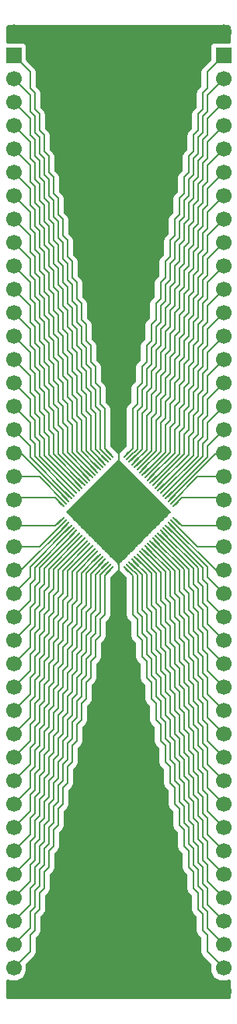
<source format=gtl>
G04 #@! TF.GenerationSoftware,KiCad,Pcbnew,9.0.6*
G04 #@! TF.CreationDate,2026-01-02T18:24:05-06:00*
G04 #@! TF.ProjectId,QFN-80_10x10_P0.4,51464e2d-3830-45f3-9130-7831305f5030,rev?*
G04 #@! TF.SameCoordinates,Original*
G04 #@! TF.FileFunction,Copper,L1,Top*
G04 #@! TF.FilePolarity,Positive*
%FSLAX46Y46*%
G04 Gerber Fmt 4.6, Leading zero omitted, Abs format (unit mm)*
G04 Created by KiCad (PCBNEW 9.0.6) date 2026-01-02 18:24:05*
%MOMM*%
%LPD*%
G01*
G04 APERTURE LIST*
G04 Aperture macros list*
%AMRoundRect*
0 Rectangle with rounded corners*
0 $1 Rounding radius*
0 $2 $3 $4 $5 $6 $7 $8 $9 X,Y pos of 4 corners*
0 Add a 4 corners polygon primitive as box body*
4,1,4,$2,$3,$4,$5,$6,$7,$8,$9,$2,$3,0*
0 Add four circle primitives for the rounded corners*
1,1,$1+$1,$2,$3*
1,1,$1+$1,$4,$5*
1,1,$1+$1,$6,$7*
1,1,$1+$1,$8,$9*
0 Add four rect primitives between the rounded corners*
20,1,$1+$1,$2,$3,$4,$5,0*
20,1,$1+$1,$4,$5,$6,$7,0*
20,1,$1+$1,$6,$7,$8,$9,0*
20,1,$1+$1,$8,$9,$2,$3,0*%
%AMRotRect*
0 Rectangle, with rotation*
0 The origin of the aperture is its center*
0 $1 length*
0 $2 width*
0 $3 Rotation angle, in degrees counterclockwise*
0 Add horizontal line*
21,1,$1,$2,0,0,$3*%
G04 Aperture macros list end*
G04 #@! TA.AperFunction,SMDPad,CuDef*
%ADD10RoundRect,0.050000X-0.424264X0.353553X0.353553X-0.424264X0.424264X-0.353553X-0.353553X0.424264X0*%
G04 #@! TD*
G04 #@! TA.AperFunction,SMDPad,CuDef*
%ADD11RoundRect,0.050000X-0.424264X-0.353553X-0.353553X-0.424264X0.424264X0.353553X0.353553X0.424264X0*%
G04 #@! TD*
G04 #@! TA.AperFunction,HeatsinkPad*
%ADD12C,0.500000*%
G04 #@! TD*
G04 #@! TA.AperFunction,HeatsinkPad*
%ADD13RotRect,4.750000X4.750000X315.000000*%
G04 #@! TD*
G04 #@! TA.AperFunction,ComponentPad*
%ADD14C,1.700000*%
G04 #@! TD*
G04 #@! TA.AperFunction,ComponentPad*
%ADD15R,1.700000X1.700000*%
G04 #@! TD*
G04 #@! TA.AperFunction,ViaPad*
%ADD16C,0.600000*%
G04 #@! TD*
G04 #@! TA.AperFunction,Conductor*
%ADD17C,0.200000*%
G04 #@! TD*
G04 APERTURE END LIST*
D10*
X137475406Y-121941394D03*
X137192562Y-122224236D03*
X136909720Y-122507080D03*
X136626878Y-122789922D03*
X136344034Y-123072766D03*
X136061192Y-123355608D03*
X135778350Y-123638451D03*
X135495507Y-123921293D03*
X135212665Y-124204135D03*
X134929821Y-124486979D03*
X134646979Y-124769821D03*
X134364135Y-125052665D03*
X134081293Y-125335507D03*
X133798451Y-125618350D03*
X133515608Y-125901192D03*
X133232766Y-126184034D03*
X132949922Y-126466878D03*
X132667080Y-126749720D03*
X132384236Y-127032562D03*
X132101394Y-127315406D03*
D11*
X132101394Y-129224594D03*
X132384236Y-129507438D03*
X132667080Y-129790280D03*
X132949922Y-130073122D03*
X133232766Y-130355966D03*
X133515608Y-130638808D03*
X133798451Y-130921650D03*
X134081293Y-131204493D03*
X134364135Y-131487335D03*
X134646979Y-131770179D03*
X134929821Y-132053021D03*
X135212665Y-132335865D03*
X135495507Y-132618707D03*
X135778350Y-132901549D03*
X136061192Y-133184392D03*
X136344034Y-133467234D03*
X136626878Y-133750078D03*
X136909720Y-134032920D03*
X137192562Y-134315764D03*
X137475406Y-134598606D03*
D10*
X139384594Y-134598606D03*
X139667438Y-134315764D03*
X139950280Y-134032920D03*
X140233122Y-133750078D03*
X140515966Y-133467234D03*
X140798808Y-133184392D03*
X141081650Y-132901549D03*
X141364493Y-132618707D03*
X141647335Y-132335865D03*
X141930179Y-132053021D03*
X142213021Y-131770179D03*
X142495865Y-131487335D03*
X142778707Y-131204493D03*
X143061549Y-130921650D03*
X143344392Y-130638808D03*
X143627234Y-130355966D03*
X143910078Y-130073122D03*
X144192920Y-129790280D03*
X144475764Y-129507438D03*
X144758606Y-129224594D03*
D11*
X144758606Y-127315406D03*
X144475764Y-127032562D03*
X144192920Y-126749720D03*
X143910078Y-126466878D03*
X143627234Y-126184034D03*
X143344392Y-125901192D03*
X143061549Y-125618350D03*
X142778707Y-125335507D03*
X142495865Y-125052665D03*
X142213021Y-124769821D03*
X141930179Y-124486979D03*
X141647335Y-124204135D03*
X141364493Y-123921293D03*
X141081650Y-123638451D03*
X140798808Y-123355608D03*
X140515966Y-123072766D03*
X140233122Y-122789922D03*
X139950280Y-122507080D03*
X139667438Y-122224236D03*
X139384594Y-121941394D03*
D12*
X138430000Y-126219390D03*
X137404695Y-127244695D03*
X136379390Y-128270000D03*
X139455305Y-127244695D03*
X138430000Y-128270000D03*
D13*
X138430000Y-128270000D03*
D12*
X137404695Y-129295305D03*
X140480610Y-128270000D03*
X139455305Y-129295305D03*
X138430000Y-130320610D03*
D14*
X127000000Y-177800000D03*
X127000000Y-180340000D03*
X127000000Y-76200000D03*
D15*
X127000000Y-78740000D03*
D14*
X127000000Y-81280000D03*
X127000000Y-83820000D03*
X127000000Y-86360000D03*
X127000000Y-88900000D03*
X127000000Y-91440000D03*
X127000000Y-93980000D03*
X127000000Y-96520000D03*
X127000000Y-99060000D03*
X127000000Y-101600000D03*
X127000000Y-104140000D03*
X127000000Y-106680000D03*
X127000000Y-109220000D03*
X127000000Y-111760000D03*
X127000000Y-114300000D03*
X127000000Y-116840000D03*
X127000000Y-119380000D03*
X127000000Y-121920000D03*
X127000000Y-124460000D03*
X127000000Y-127000000D03*
X127000000Y-129540000D03*
X127000000Y-132080000D03*
X127000000Y-134620000D03*
X127000000Y-137160000D03*
X127000000Y-139700000D03*
X127000000Y-142240000D03*
X127000000Y-144780000D03*
X127000000Y-147320000D03*
X127000000Y-149860000D03*
X127000000Y-152400000D03*
X127000000Y-154940000D03*
X127000000Y-157480000D03*
X127000000Y-160020000D03*
X127000000Y-162560000D03*
X127000000Y-165100000D03*
X127000000Y-167640000D03*
X127000000Y-170180000D03*
X127000000Y-172720000D03*
X127000000Y-175260000D03*
X149860000Y-76200000D03*
D15*
X149860000Y-78740000D03*
D14*
X149860000Y-81280000D03*
X149860000Y-83820000D03*
X149860000Y-86360000D03*
X149860000Y-88900000D03*
X149860000Y-91440000D03*
X149860000Y-93980000D03*
X149860000Y-96520000D03*
X149860000Y-99060000D03*
X149860000Y-101600000D03*
X149860000Y-104140000D03*
X149860000Y-106680000D03*
X149860000Y-109220000D03*
X149860000Y-111760000D03*
X149860000Y-114300000D03*
X149860000Y-116840000D03*
X149860000Y-119380000D03*
X149860000Y-121920000D03*
X149860000Y-124460000D03*
X149860000Y-127000000D03*
X149860000Y-129540000D03*
X149860000Y-132080000D03*
X149860000Y-134620000D03*
X149860000Y-137160000D03*
X149860000Y-139700000D03*
X149860000Y-142240000D03*
X149860000Y-144780000D03*
X149860000Y-147320000D03*
X149860000Y-149860000D03*
X149860000Y-152400000D03*
X149860000Y-154940000D03*
X149860000Y-157480000D03*
X149860000Y-160020000D03*
X149860000Y-162560000D03*
X149860000Y-165100000D03*
X149860000Y-167640000D03*
X149860000Y-170180000D03*
X149860000Y-172720000D03*
X149860000Y-175260000D03*
X149860000Y-177800000D03*
X149860000Y-180340000D03*
D16*
X138430000Y-162560000D03*
X138430000Y-93980000D03*
X138430000Y-135890000D03*
X138430000Y-120650000D03*
D17*
X143510666Y-111253127D02*
X144018666Y-110745126D01*
X144526666Y-114301127D02*
X145034666Y-113793126D01*
X145034666Y-113793126D02*
X145034665Y-112015127D01*
X143510666Y-121776914D02*
X143510666Y-118873127D01*
X144018666Y-116587127D02*
X144526666Y-116079127D01*
X144526666Y-116079127D02*
X144526666Y-114301127D01*
X145034665Y-112015127D02*
X145542666Y-111507127D01*
X148082666Y-100077127D02*
X148082665Y-98299127D01*
X141223737Y-124063842D02*
X143510666Y-121776914D01*
X144018666Y-118365127D02*
X144018666Y-116587127D01*
X143510666Y-118873127D02*
X144018666Y-118365127D01*
X130810667Y-109983127D02*
X130302666Y-109475127D01*
X129286666Y-102363127D02*
X129286666Y-100585127D01*
X130810666Y-109221127D02*
X130810666Y-107443127D01*
X132842667Y-114047127D02*
X132334666Y-113539127D01*
X132842666Y-116587127D02*
X132334666Y-116079127D01*
X132842666Y-115825127D02*
X132842667Y-114047127D01*
X129794666Y-107189127D02*
X129794666Y-105411127D01*
X133350666Y-116333127D02*
X132842666Y-115825127D01*
X130302666Y-106935127D02*
X130302666Y-105157127D01*
X133350666Y-121776914D02*
X133350666Y-118873127D01*
X130302666Y-109475127D02*
X130302666Y-107697127D01*
X132842666Y-111507127D02*
X132334666Y-110999127D01*
X131318666Y-109729127D02*
X130810666Y-109221127D01*
X135637594Y-124063842D02*
X133350666Y-121776914D01*
X133350666Y-118873127D02*
X132842666Y-118365128D01*
X129286666Y-104903127D02*
X129286666Y-103125127D01*
X130302666Y-105157127D02*
X129794667Y-104649127D01*
X129794666Y-102871128D02*
X129286666Y-102363127D01*
X133858666Y-121719229D02*
X133858666Y-118619127D01*
X135920437Y-123780999D02*
X133858666Y-121719229D01*
X131826666Y-113793127D02*
X131826666Y-112015127D01*
X130302666Y-107697127D02*
X129794666Y-107189127D01*
X129794666Y-105411127D02*
X129286666Y-104903127D01*
X128778666Y-100077127D02*
X128778666Y-98299127D01*
X132842666Y-118365128D02*
X132842666Y-116587127D01*
X128778666Y-100839127D02*
X127000666Y-99061127D01*
X129794667Y-104649127D02*
X129794666Y-102871128D01*
X131826666Y-109475127D02*
X131318666Y-108967127D01*
X128778666Y-98299127D02*
X127000666Y-96521127D01*
X129286666Y-103125127D02*
X128778666Y-102617127D01*
X131318666Y-111507127D02*
X131318666Y-109729127D01*
X132334666Y-114301127D02*
X131826666Y-113793127D01*
X131826666Y-111253128D02*
X131826666Y-109475127D01*
X132334666Y-111761127D02*
X131826666Y-111253128D01*
X132334666Y-113539127D02*
X132334666Y-111761127D01*
X129286666Y-100585127D02*
X128778666Y-100077127D01*
X133858666Y-118619127D02*
X133350666Y-118111127D01*
X130810666Y-107443127D02*
X130302666Y-106935127D01*
X131826666Y-112015127D02*
X131318666Y-111507127D01*
X132334666Y-116079127D02*
X132334666Y-114301127D01*
X133350666Y-118111127D02*
X133350666Y-116333127D01*
X132334666Y-110999127D02*
X132334666Y-109221127D01*
X128778666Y-82297127D02*
X128778666Y-80519127D01*
X130302666Y-87377127D02*
X129794666Y-86869127D01*
X129794666Y-86869127D02*
X129794666Y-85091127D01*
X128778666Y-80519127D02*
X127000666Y-78741127D01*
X129286666Y-82805127D02*
X128778666Y-82297127D01*
X129286666Y-84583127D02*
X129286666Y-82805127D01*
X130302666Y-89155127D02*
X130302666Y-87377127D01*
X131318666Y-97029127D02*
X130810666Y-96521127D01*
X130302666Y-94235127D02*
X130302666Y-92457127D01*
X129286666Y-89663127D02*
X129286666Y-87885127D01*
X129286666Y-87885127D02*
X128778666Y-87377128D01*
X130302666Y-92457127D02*
X129794666Y-91949127D01*
X132334666Y-101601127D02*
X131826666Y-101093127D01*
X128778666Y-87377128D02*
X128778666Y-85599127D01*
X131826666Y-101093127D02*
X131826666Y-99315127D01*
X130810666Y-96521127D02*
X130810666Y-94743127D01*
X129794667Y-90171127D02*
X129286666Y-89663127D01*
X128778666Y-85599127D02*
X127000666Y-83821127D01*
X129794666Y-91949127D02*
X129794667Y-90171127D01*
X130810666Y-89663127D02*
X130302666Y-89155127D01*
X130810666Y-94743127D02*
X130302666Y-94235127D01*
X146558666Y-106935127D02*
X146558666Y-105157127D01*
X146558666Y-105157127D02*
X147066666Y-104649127D01*
X148082666Y-95759127D02*
X149860666Y-93981127D01*
X147574666Y-100585127D02*
X148082666Y-100077127D01*
X147066666Y-102871127D02*
X147574666Y-102363127D01*
X143510666Y-116333127D02*
X144018666Y-115825127D01*
X147066666Y-102109127D02*
X147066666Y-100331127D01*
X143002666Y-121719228D02*
X143002666Y-118619127D01*
X144526666Y-111761127D02*
X145034666Y-111253127D01*
X145542666Y-109729127D02*
X146050666Y-109221127D01*
X145542666Y-111507127D02*
X145542666Y-109729127D01*
X148082665Y-98299127D02*
X149860666Y-96521127D01*
X146050666Y-107443127D02*
X146558666Y-106935127D01*
X143510666Y-118111127D02*
X143510666Y-116333127D01*
X140940895Y-123780999D02*
X143002666Y-121719228D01*
X147574666Y-102363127D02*
X147574666Y-100585127D01*
X147066666Y-104649127D02*
X147066666Y-102871127D01*
X146050666Y-109221127D02*
X146050666Y-107443127D01*
X143002665Y-116079127D02*
X143510666Y-115571127D01*
X143002666Y-118619127D02*
X143510666Y-118111127D01*
X146050666Y-104141127D02*
X146050666Y-102363126D01*
X145542666Y-104649127D02*
X146050666Y-104141127D01*
X144018666Y-111507127D02*
X144526666Y-110999127D01*
X144526666Y-109221127D02*
X145034666Y-108713127D01*
X146050666Y-102363126D02*
X146558666Y-101855127D01*
X148082666Y-93219127D02*
X149860666Y-91441127D01*
X147574667Y-95505127D02*
X148082666Y-94997127D01*
X146558666Y-100077127D02*
X147066665Y-99569127D01*
X145034666Y-108713127D02*
X145034666Y-106935127D01*
X145542666Y-106427127D02*
X145542666Y-104649127D01*
X147066666Y-97791127D02*
X147574667Y-97283127D01*
X144018666Y-113285128D02*
X144018666Y-111507127D01*
X147574667Y-97283127D02*
X147574667Y-95505127D01*
X146558666Y-101855127D02*
X146558666Y-100077127D01*
X143510666Y-115571127D02*
X143510666Y-113793127D01*
X144526666Y-110999127D02*
X144526666Y-109221127D01*
X147066665Y-99569127D02*
X147066666Y-97791127D01*
X143510666Y-113793127D02*
X144018666Y-113285128D01*
X148082666Y-94997127D02*
X148082666Y-93219127D01*
X143510666Y-108713127D02*
X144018666Y-108205127D01*
X143002666Y-110999127D02*
X143510666Y-110491127D01*
X144526666Y-105919127D02*
X144526666Y-104141127D01*
X143510666Y-110491127D02*
X143510666Y-108713127D01*
X144018666Y-106427127D02*
X144526666Y-105919127D01*
X146558666Y-96775127D02*
X146558666Y-94997127D01*
X146050666Y-97283127D02*
X146558666Y-96775127D01*
X142494666Y-115063127D02*
X142494666Y-113285127D01*
X145542666Y-99569127D02*
X146050666Y-99061127D01*
X145542666Y-101347127D02*
X145542666Y-99569127D01*
X144018666Y-108205127D02*
X144018666Y-106427127D01*
X145034666Y-101855128D02*
X145542666Y-101347127D01*
X147574666Y-92203127D02*
X147574666Y-90425127D01*
X142494666Y-113285127D02*
X143002666Y-112777127D01*
X147066666Y-92711127D02*
X147574666Y-92203127D01*
X147066666Y-94489127D02*
X147066666Y-92711127D01*
X145034665Y-103633127D02*
X145034666Y-101855128D01*
X147574666Y-90425127D02*
X148082666Y-89917126D01*
X148082665Y-88139127D02*
X149860666Y-86361127D01*
X144526666Y-104141127D02*
X145034665Y-103633127D01*
X131318666Y-106427127D02*
X131318666Y-104649127D01*
X131826666Y-108713126D02*
X131826666Y-106935128D01*
X130302666Y-100077127D02*
X129794666Y-99569127D01*
X129286666Y-95505127D02*
X128778666Y-94997127D01*
X128778666Y-94997127D02*
X128778667Y-93219127D01*
X130810666Y-102363127D02*
X130302666Y-101855127D01*
X132334666Y-109221127D02*
X131826666Y-108713126D01*
X131318666Y-104649127D02*
X130810666Y-104141127D01*
X130302666Y-101855127D02*
X130302666Y-100077127D01*
X128778667Y-93219127D02*
X127000666Y-91441127D01*
X130810666Y-104141127D02*
X130810666Y-102363127D01*
X131826666Y-106935128D02*
X131318666Y-106427127D01*
X129794666Y-99569127D02*
X129794666Y-97791127D01*
X129286666Y-97283127D02*
X129286666Y-95505127D01*
X129794666Y-97791127D02*
X129286666Y-97283127D01*
X147066666Y-97029127D02*
X147066665Y-95251127D01*
X147066665Y-95251127D02*
X147574666Y-94743127D01*
X146050666Y-101601127D02*
X146050666Y-99823127D01*
X144018665Y-108967127D02*
X144526666Y-108459127D01*
X148082666Y-90679127D02*
X149860666Y-88901127D01*
X147574666Y-92965127D02*
X148082665Y-92457127D01*
X147574666Y-94743127D02*
X147574666Y-92965127D01*
X146050666Y-99823127D02*
X146558666Y-99315127D01*
X145034666Y-104395127D02*
X145542666Y-103887127D01*
X144526666Y-108459127D02*
X144526666Y-106681127D01*
X145034666Y-106173127D02*
X145034666Y-104395127D01*
X145542666Y-103887127D02*
X145542666Y-102109127D01*
X148082665Y-92457127D02*
X148082666Y-90679127D01*
X144018666Y-110745126D02*
X144018665Y-108967127D01*
X145542666Y-102109127D02*
X146050666Y-101601127D01*
X146558666Y-97537127D02*
X147066666Y-97029127D01*
X144526666Y-106681127D02*
X145034666Y-106173127D01*
X143002666Y-117857127D02*
X143002665Y-116079127D01*
X145542666Y-108967127D02*
X145542666Y-107189127D01*
X145542666Y-107189127D02*
X146050665Y-106681127D01*
X140658052Y-123498156D02*
X142494666Y-121661542D01*
X144526666Y-113539127D02*
X144526666Y-111761127D01*
X144018666Y-115825127D02*
X144018666Y-114047127D01*
X145034666Y-109475127D02*
X145542666Y-108967127D01*
X145034666Y-111253127D02*
X145034666Y-109475127D01*
X142494666Y-118365127D02*
X143002666Y-117857127D01*
X146050665Y-106681127D02*
X146050665Y-104903127D01*
X142494666Y-121661542D02*
X142494666Y-118365127D01*
X145034666Y-106935127D02*
X145542666Y-106427127D01*
X147066666Y-100331127D02*
X147574667Y-99823127D01*
X146558666Y-104395127D02*
X146558666Y-102617127D01*
X146050665Y-104903127D02*
X146558666Y-104395127D01*
X144018666Y-114047127D02*
X144526666Y-113539127D01*
X146558666Y-102617127D02*
X147066666Y-102109127D01*
X147574667Y-99823127D02*
X147574666Y-98045127D01*
X147574666Y-98045127D02*
X148082666Y-97537127D01*
X148082666Y-97537127D02*
X148082666Y-95759127D01*
X144526666Y-121892284D02*
X144526666Y-119381127D01*
X147066666Y-112269128D02*
X147066666Y-110491127D01*
X147574666Y-107443127D02*
X147574667Y-105665127D01*
X148082666Y-105919127D02*
X149860666Y-104141127D01*
X147574667Y-109983127D02*
X147574666Y-108205127D01*
X147574666Y-108205127D02*
X148082666Y-107697127D01*
X147066665Y-107951127D02*
X147574666Y-107443127D01*
X147066665Y-109729127D02*
X147066665Y-107951127D01*
X146050666Y-112523127D02*
X146558666Y-112015127D01*
X146558666Y-110237127D02*
X147066665Y-109729127D01*
X146050666Y-114301127D02*
X146050666Y-112523127D01*
X146558666Y-112015127D02*
X146558666Y-110237127D01*
X145542666Y-114809127D02*
X146050666Y-114301127D01*
X148082666Y-107697127D02*
X148082666Y-105919127D01*
X145542666Y-116587127D02*
X145542666Y-114809127D01*
X145034666Y-118873127D02*
X145034666Y-117095127D01*
X145034666Y-117095127D02*
X145542666Y-116587127D01*
X147066666Y-110491127D02*
X147574667Y-109983127D01*
X144526666Y-119381127D02*
X145034666Y-118873127D01*
X141789423Y-124629527D02*
X144526666Y-121892284D01*
X142494666Y-115825127D02*
X143002666Y-115317127D01*
X143002666Y-113539127D02*
X143510666Y-113031127D01*
X143510666Y-113031127D02*
X143510666Y-111253127D01*
X141986666Y-121603858D02*
X141986666Y-118111127D01*
X146558666Y-99315127D02*
X146558666Y-97537127D01*
X142494666Y-117603127D02*
X142494666Y-115825127D01*
X141986666Y-118111127D02*
X142494666Y-117603127D01*
X143002666Y-115317127D02*
X143002666Y-113539127D01*
X140375210Y-123215314D02*
X141986666Y-121603858D01*
X148082666Y-117857127D02*
X148082666Y-116079127D01*
X147066665Y-122180712D02*
X147066666Y-120651127D01*
X148082666Y-120397127D02*
X148082666Y-118619127D01*
X142920794Y-125760898D02*
X146558666Y-122123026D01*
X148082666Y-116079127D02*
X149860666Y-114301127D01*
X147574667Y-118365127D02*
X148082666Y-117857127D01*
X147574667Y-120143127D02*
X147574667Y-118365127D01*
X147066666Y-120651127D02*
X147574667Y-120143127D01*
X147574666Y-120905127D02*
X148082666Y-120397127D01*
X143203636Y-126043741D02*
X147066665Y-122180712D01*
X147574666Y-122238396D02*
X147574666Y-120905127D01*
X145034666Y-119635127D02*
X145542666Y-119127127D01*
X145034666Y-121949969D02*
X145034666Y-119635127D01*
X147574666Y-112523127D02*
X147574666Y-110745127D01*
X147066666Y-113031127D02*
X147574666Y-112523127D01*
X142072266Y-124912370D02*
X145034666Y-121949969D01*
X148082666Y-108459127D02*
X149860666Y-106681127D01*
X146558666Y-117095127D02*
X146558666Y-115317127D01*
X146050666Y-116841127D02*
X146050665Y-115063127D01*
X147574666Y-110745127D02*
X148082666Y-110237127D01*
X146558666Y-115317127D02*
X147066666Y-114809127D01*
X146050665Y-115063127D02*
X146558666Y-114555127D01*
X145542666Y-117349127D02*
X146050666Y-116841127D01*
X147066666Y-114809127D02*
X147066666Y-113031127D01*
X146050666Y-117603127D02*
X146558666Y-117095127D01*
X146050665Y-119381127D02*
X146050666Y-117603127D01*
X145542666Y-119889127D02*
X146050665Y-119381127D01*
X146558666Y-112777127D02*
X147066666Y-112269128D01*
X148082666Y-110237127D02*
X148082666Y-108459127D01*
X146558666Y-114555127D02*
X146558666Y-112777127D01*
X145542666Y-119127127D02*
X145542666Y-117349127D01*
X145542666Y-94489127D02*
X146050666Y-93981127D01*
X144018666Y-101347127D02*
X144526666Y-100839127D01*
X143510666Y-103633127D02*
X144018666Y-103125127D01*
X143510666Y-105411127D02*
X143510666Y-103633127D01*
X148082666Y-83059127D02*
X149860666Y-81281127D01*
X147574666Y-85345127D02*
X148082666Y-84837127D01*
X139243838Y-122083943D02*
X139954665Y-121373116D01*
X144018666Y-103125127D02*
X144018666Y-101347127D01*
X140970666Y-114301128D02*
X140970666Y-112523127D01*
X147574667Y-87123127D02*
X147574666Y-85345127D01*
X129794666Y-120651127D02*
X129286666Y-120143127D01*
X147066666Y-87631127D02*
X147574667Y-87123127D01*
X146558666Y-89917127D02*
X147066666Y-89409128D01*
X146050666Y-93981127D02*
X146050665Y-92203127D01*
X146558666Y-91695127D02*
X146558666Y-89917127D01*
X146050665Y-92203127D02*
X146558666Y-91695127D01*
X145542666Y-96267127D02*
X145542666Y-94489127D01*
X143002666Y-105919128D02*
X143510666Y-105411127D01*
X144526666Y-100839127D02*
X144526666Y-99061127D01*
X145034666Y-98553127D02*
X145034666Y-96775127D01*
X140970666Y-117603127D02*
X141478666Y-117095127D01*
X145034666Y-99315126D02*
X145542666Y-98807127D01*
X139809524Y-122649628D02*
X140970666Y-121488486D01*
X140970666Y-121488486D02*
X140970666Y-117603127D01*
X143002666Y-107697126D02*
X143002666Y-105919128D01*
X141478666Y-115317127D02*
X141986666Y-114809126D01*
X141478666Y-117095127D02*
X141478666Y-115317127D01*
X133940538Y-125760898D02*
X130302666Y-122123026D01*
X128778667Y-116079127D02*
X127000666Y-114301127D01*
X129286666Y-118365127D02*
X128778666Y-117857127D01*
X129286666Y-120143127D02*
X129286666Y-118365127D01*
X129794666Y-115571127D02*
X129286666Y-115063127D01*
X129794666Y-117349128D02*
X129794666Y-115571127D01*
X130302666Y-119635127D02*
X130302666Y-117857127D01*
X130302666Y-117857127D02*
X129794666Y-117349128D01*
X128778666Y-115317127D02*
X128778666Y-113539127D01*
X130302666Y-122123026D02*
X130302666Y-120397127D01*
X129286666Y-115825127D02*
X128778666Y-115317127D01*
X130810666Y-120143126D02*
X130302666Y-119635127D01*
X130810666Y-122065340D02*
X130810666Y-120143126D01*
X134223381Y-125478055D02*
X130810666Y-122065340D01*
X128778666Y-113539127D02*
X127000666Y-111761127D01*
X129794666Y-118111127D02*
X129286666Y-117603127D01*
X128778666Y-117857127D02*
X128778667Y-116079127D01*
X129794666Y-119889127D02*
X129794666Y-118111127D01*
X129286666Y-117603127D02*
X129286666Y-115825127D01*
X130302666Y-120397127D02*
X129794666Y-119889127D01*
X135354752Y-124346684D02*
X132842666Y-121834598D01*
X128778666Y-103379127D02*
X127000666Y-101601127D01*
X131318666Y-112269127D02*
X130810666Y-111761126D01*
X128778666Y-102617127D02*
X128778666Y-100839127D01*
X132334666Y-116841127D02*
X131826666Y-116333127D01*
X130302666Y-110237127D02*
X129794666Y-109729127D01*
X130810666Y-116841127D02*
X130810666Y-115063127D01*
X132842666Y-121834598D02*
X132842666Y-119127127D01*
X130302666Y-112777127D02*
X129794666Y-112269127D01*
X131318666Y-117349127D02*
X130810666Y-116841127D01*
X131826666Y-114555127D02*
X131318666Y-114047127D01*
X128778667Y-107697127D02*
X128778667Y-105919127D01*
X132842666Y-119127127D02*
X132334666Y-118619127D01*
X131318666Y-108967127D02*
X131318666Y-107189127D01*
X130302666Y-114555127D02*
X130302666Y-112777127D01*
X131826667Y-117095127D02*
X131318666Y-116587127D01*
X131318666Y-114047127D02*
X131318666Y-112269127D01*
X130810666Y-115063127D02*
X130302666Y-114555127D01*
X129286666Y-105665127D02*
X128778666Y-105157127D01*
X129794666Y-109729127D02*
X129794666Y-107951127D01*
X130810666Y-112523127D02*
X130302666Y-112015127D01*
X130810666Y-114301128D02*
X130810666Y-112523127D01*
X135071909Y-124629527D02*
X132334666Y-121892284D01*
X131318666Y-119127127D02*
X131318666Y-117349127D01*
X131826666Y-118873127D02*
X131826667Y-117095127D01*
X132334666Y-121892284D02*
X132334666Y-119381127D01*
X129794666Y-112269127D02*
X129794666Y-110491127D01*
X129794666Y-107951127D02*
X129286666Y-107443127D01*
X130302666Y-112015127D02*
X130302666Y-110237127D01*
X129286666Y-108205127D02*
X128778667Y-107697127D01*
X129286666Y-109983127D02*
X129286666Y-108205127D01*
X131318666Y-114809127D02*
X130810666Y-114301128D01*
X131318666Y-116587127D02*
X131318666Y-114809127D01*
X129794666Y-110491127D02*
X129286666Y-109983127D01*
X132334666Y-118619127D02*
X132334666Y-116841127D01*
X131826666Y-116333127D02*
X131826666Y-114555127D01*
X128778666Y-105157127D02*
X128778666Y-103379127D01*
X132334666Y-119381127D02*
X131826666Y-118873127D01*
X129286666Y-107443127D02*
X129286666Y-105665127D01*
X128778667Y-105919127D02*
X127000666Y-104141127D01*
X143002666Y-108459127D02*
X143510666Y-107951127D01*
X148082666Y-87377127D02*
X148082666Y-85599127D01*
X145034666Y-101093127D02*
X145034666Y-99315126D01*
X145542666Y-97029127D02*
X146050665Y-96521127D01*
X143510666Y-107951127D02*
X143510666Y-106173127D01*
X147066666Y-91949127D02*
X147066666Y-90171127D01*
X143510666Y-106173127D02*
X144018666Y-105665127D01*
X143002666Y-110237127D02*
X143002666Y-108459127D01*
X146558666Y-92457127D02*
X147066666Y-91949127D01*
X146558666Y-94235127D02*
X146558666Y-92457127D01*
X144018666Y-103887127D02*
X144526666Y-103379127D01*
X145542666Y-98807127D02*
X145542666Y-97029127D01*
X144526666Y-101601127D02*
X145034666Y-101093127D01*
X144526666Y-103379127D02*
X144526666Y-101601127D01*
X142494666Y-112523127D02*
X142494666Y-110745127D01*
X141986665Y-113031127D02*
X142494666Y-112523127D01*
X144018666Y-105665127D02*
X144018666Y-103887127D01*
X142494666Y-110745127D02*
X143002666Y-110237127D01*
X146050665Y-96521127D02*
X146050666Y-94743127D01*
X146050666Y-94743127D02*
X146558666Y-94235127D01*
X141478666Y-110237127D02*
X141986666Y-109729127D01*
X146558666Y-89155127D02*
X146558666Y-87377127D01*
X142494666Y-105665127D02*
X143002666Y-105157127D01*
X141478666Y-112015127D02*
X141478666Y-110237127D01*
X146050666Y-89663127D02*
X146558666Y-89155127D01*
X139954665Y-121373116D02*
X139954666Y-117095126D01*
X140970666Y-112523127D02*
X141478666Y-112015127D01*
X140462666Y-114809127D02*
X140970666Y-114301128D01*
X142494666Y-107443127D02*
X142494666Y-105665127D01*
X141986666Y-107951127D02*
X142494666Y-107443127D01*
X145034666Y-94235127D02*
X145542666Y-93727127D01*
X139954666Y-117095126D02*
X140462666Y-116587127D01*
X141986666Y-109729127D02*
X141986666Y-107951127D01*
X145542666Y-91949127D02*
X146050666Y-91441127D01*
X143002666Y-103379127D02*
X143510666Y-102871127D01*
X147574666Y-84583127D02*
X147574667Y-82805127D01*
X140462666Y-116587127D02*
X140462666Y-114809127D01*
X144018665Y-100585127D02*
X144018666Y-98807128D01*
X143510666Y-101093127D02*
X144018665Y-100585127D01*
X143002666Y-105157127D02*
X143002666Y-103379127D01*
X143510666Y-102871127D02*
X143510666Y-101093127D01*
X141478666Y-114555127D02*
X141478666Y-112777127D01*
X147066666Y-90171127D02*
X147574666Y-89663127D01*
X145034666Y-96775127D02*
X145542666Y-96267127D01*
X148082666Y-84837127D02*
X148082666Y-83059127D01*
X142494666Y-109983127D02*
X142494666Y-108205127D01*
X142494666Y-108205127D02*
X143002666Y-107697126D01*
X141986666Y-110491127D02*
X142494666Y-109983127D01*
X141986666Y-112269127D02*
X141986666Y-110491127D01*
X141478666Y-112777127D02*
X141986666Y-112269127D01*
X140970666Y-115063127D02*
X141478666Y-114555127D01*
X140970666Y-116841127D02*
X140970666Y-115063127D01*
X144526666Y-99061127D02*
X145034666Y-98553127D01*
X140462666Y-117349127D02*
X140970666Y-116841127D01*
X140462666Y-121430801D02*
X140462666Y-117349127D01*
X148082666Y-85599127D02*
X149860666Y-83821127D01*
X139526682Y-122366785D02*
X140462666Y-121430801D01*
X147066666Y-89409128D02*
X147066666Y-87631127D01*
X147574666Y-87885127D02*
X148082666Y-87377127D01*
X147574666Y-89663127D02*
X147574666Y-87885127D01*
X138430666Y-126220517D02*
X138430666Y-121159127D01*
X146558666Y-122123026D02*
X146558666Y-120397127D01*
X135382666Y-117095127D02*
X135382666Y-115317127D01*
X137051808Y-122649628D02*
X135890666Y-121488485D01*
X148082666Y-89917126D02*
X148082665Y-88139127D01*
X135890666Y-121488485D02*
X135890666Y-117603127D01*
X134874666Y-113031127D02*
X134366666Y-112523127D01*
X132842666Y-103887128D02*
X132334666Y-103379127D01*
X134366666Y-112523127D02*
X134366666Y-110745127D01*
X131318666Y-98807127D02*
X131318666Y-97029127D01*
X132334666Y-103379127D02*
X132334666Y-101601127D01*
X133858666Y-108459127D02*
X133350666Y-107951127D01*
X134874666Y-114809127D02*
X134874666Y-113031127D01*
X132842666Y-105665126D02*
X132842666Y-103887128D01*
X133858666Y-110237127D02*
X133858666Y-108459127D01*
X134366666Y-110745127D02*
X133858666Y-110237127D01*
X131826666Y-99315127D02*
X131318666Y-98807127D01*
X135890666Y-117603127D02*
X135382666Y-117095127D01*
X133350666Y-106173127D02*
X132842666Y-105665126D01*
X133350666Y-107951127D02*
X133350666Y-106173127D01*
X135382666Y-115317127D02*
X134874666Y-114809127D01*
X129794667Y-94489127D02*
X129794666Y-92711127D01*
X133858666Y-112777126D02*
X133858667Y-110999127D01*
X132334666Y-108459127D02*
X132334666Y-106681127D01*
X129794666Y-97029127D02*
X129794666Y-95251127D01*
X129794666Y-95251127D02*
X129286666Y-94743127D01*
X132334666Y-106681127D02*
X131826666Y-106173127D01*
X134366666Y-115063127D02*
X134366666Y-113285127D01*
X133350666Y-110491127D02*
X133350666Y-108713127D01*
X131826666Y-106173127D02*
X131826666Y-104395127D01*
X135382666Y-117857127D02*
X134874666Y-117349127D01*
X132842666Y-110745127D02*
X132842666Y-108967127D01*
X131318666Y-103887127D02*
X131318666Y-102109127D01*
X134874666Y-115571127D02*
X134366666Y-115063127D01*
X129286666Y-90425127D02*
X128778666Y-89917127D01*
X128778666Y-92457127D02*
X128778666Y-90679127D01*
X130810666Y-99823128D02*
X130302666Y-99315127D01*
X133858667Y-110999127D02*
X133350666Y-110491127D01*
X133350666Y-111253127D02*
X132842666Y-110745127D01*
X130302666Y-97537127D02*
X129794666Y-97029127D01*
X132842666Y-106427127D02*
X132334666Y-105919127D01*
X132842666Y-108967127D02*
X132334666Y-108459127D01*
X132842666Y-108205127D02*
X132842666Y-106427127D01*
X135382666Y-121546172D02*
X135382666Y-117857127D01*
X129286666Y-92203127D02*
X129286666Y-90425127D01*
X133350666Y-108713127D02*
X132842666Y-108205127D01*
X133858666Y-113539127D02*
X133350666Y-113031127D01*
X134366666Y-113285127D02*
X133858666Y-112777126D01*
X131826666Y-103633127D02*
X131826666Y-101855127D01*
X131826666Y-104395127D02*
X131318666Y-103887127D01*
X134874666Y-117349127D02*
X134874666Y-115571127D01*
X136768965Y-122932471D02*
X135382666Y-121546172D01*
X129286666Y-92965127D02*
X128778666Y-92457127D01*
X128778666Y-90679127D02*
X127000666Y-88901127D01*
X129286666Y-94743127D02*
X129286666Y-92965127D01*
X130810667Y-101601127D02*
X130810666Y-99823128D01*
X130302666Y-99315127D02*
X130302666Y-97537127D01*
X133350666Y-113031127D02*
X133350666Y-111253127D01*
X134874666Y-118111126D02*
X134366666Y-117603127D01*
X134366666Y-117603127D02*
X134366666Y-115825127D01*
X134874666Y-121603858D02*
X134874666Y-118111126D01*
X136486122Y-123215314D02*
X134874666Y-121603858D01*
X133858666Y-115317128D02*
X133858666Y-113539127D01*
X134366666Y-115825127D02*
X133858666Y-115317128D01*
X131318666Y-102109127D02*
X130810667Y-101601127D01*
X131826666Y-101855127D02*
X131318666Y-101347127D01*
X131318666Y-99569127D02*
X130810666Y-99061127D01*
X132334666Y-105919127D02*
X132334666Y-104141127D01*
X130302666Y-94997127D02*
X129794667Y-94489127D01*
X131318666Y-101347127D02*
X131318666Y-99569127D01*
X128778666Y-88139127D02*
X127000666Y-86361127D01*
X129794666Y-92711127D02*
X129286666Y-92203127D01*
X128778666Y-89917127D02*
X128778666Y-88139127D01*
X132334666Y-104141127D02*
X131826666Y-103633127D01*
X130302666Y-96775127D02*
X130302666Y-94997127D01*
X130810666Y-99061127D02*
X130810666Y-97283126D01*
X130810666Y-97283126D02*
X130302666Y-96775127D01*
X145034666Y-96013127D02*
X145034666Y-94235127D01*
X144526666Y-98299127D02*
X144526666Y-96521127D01*
X129286666Y-120905127D02*
X128778667Y-120397127D01*
X128778666Y-118619127D02*
X127000666Y-116841127D01*
X129286666Y-122238396D02*
X129286666Y-120905127D01*
X133374853Y-126326583D02*
X129286666Y-122238396D01*
X128778667Y-120397127D02*
X128778666Y-118619127D01*
X148082666Y-80519127D02*
X149860666Y-78741127D01*
X144018666Y-98807128D02*
X144526666Y-98299127D01*
X146050666Y-91441127D02*
X146050666Y-89663127D01*
X148082666Y-82297127D02*
X148082666Y-80519127D01*
X144526666Y-96521127D02*
X145034666Y-96013127D01*
X146558666Y-87377127D02*
X147066666Y-86869126D01*
X129794666Y-122180712D02*
X129794666Y-120651127D01*
X147574667Y-82805127D02*
X148082666Y-82297127D01*
X133657695Y-126043741D02*
X129794666Y-122180712D01*
X147066666Y-86869126D02*
X147066665Y-85091127D01*
X131826666Y-119635127D02*
X131318666Y-119127127D01*
X147066665Y-85091127D02*
X147574666Y-84583127D01*
X145542666Y-93727127D02*
X145542666Y-91949127D01*
X131318666Y-94489127D02*
X130810666Y-93981127D01*
X137334649Y-122366785D02*
X136398666Y-121430801D01*
X136398666Y-121430801D02*
X136398666Y-117349127D01*
X148082666Y-100839128D02*
X149860666Y-99061127D01*
X148082665Y-102617127D02*
X148082666Y-100839128D01*
X131318666Y-122007656D02*
X131318666Y-119889127D01*
X128778666Y-112777127D02*
X128778666Y-110999127D01*
X134506223Y-125195213D02*
X131318666Y-122007656D01*
X131826666Y-121949970D02*
X131826666Y-119635127D01*
X129794667Y-113031127D02*
X129286666Y-112523127D01*
X128778666Y-110237127D02*
X128778666Y-108459127D01*
X128778666Y-110999127D02*
X127000666Y-109221127D01*
X130810666Y-119381127D02*
X130810666Y-117603127D01*
X128778666Y-108459127D02*
X127000666Y-106681127D01*
X129286666Y-113285127D02*
X128778666Y-112777127D01*
X129286666Y-112523127D02*
X129286666Y-110745127D01*
X129794666Y-114809126D02*
X129794667Y-113031127D01*
X130810666Y-111761126D02*
X130810667Y-109983127D01*
X134789066Y-124912370D02*
X131826666Y-121949970D01*
X129286666Y-110745127D02*
X128778666Y-110237127D01*
X130302666Y-115317127D02*
X129794666Y-114809126D01*
X130302666Y-117095127D02*
X130302666Y-115317127D01*
X129286666Y-115063127D02*
X129286666Y-113285127D01*
X130810666Y-117603127D02*
X130302666Y-117095127D01*
X131318666Y-119889127D02*
X130810666Y-119381127D01*
X146050666Y-99061127D02*
X146050666Y-97283127D01*
X141478666Y-121546172D02*
X141478666Y-117857127D01*
X141478666Y-117857127D02*
X141986666Y-117349128D01*
X141986666Y-117349128D02*
X141986666Y-115571127D01*
X146558666Y-94997127D02*
X147066666Y-94489127D01*
X143002666Y-112777127D02*
X143002666Y-110999127D01*
X140092367Y-122932471D02*
X141478666Y-121546172D01*
X130810666Y-104903127D02*
X130302666Y-104395127D01*
X130810666Y-106681127D02*
X130810666Y-104903127D01*
X134366666Y-121661542D02*
X134366666Y-118365127D01*
X133858666Y-116079127D02*
X133350666Y-115571127D01*
X128778667Y-97537127D02*
X128778666Y-95759127D01*
X129794666Y-102109127D02*
X129794666Y-100331126D01*
X133858666Y-117857127D02*
X133858666Y-116079127D01*
X129286666Y-99823127D02*
X129286666Y-98045127D01*
X136203280Y-123498156D02*
X134366666Y-121661542D01*
X129286666Y-98045127D02*
X128778667Y-97537127D01*
X131318666Y-107189127D02*
X130810666Y-106681127D01*
X130302666Y-104395127D02*
X130302666Y-102617127D01*
X132842666Y-113285127D02*
X132842666Y-111507127D01*
X128778666Y-95759127D02*
X127000666Y-93981127D01*
X130302666Y-102617127D02*
X129794666Y-102109127D01*
X133350666Y-113793127D02*
X132842666Y-113285127D01*
X129794666Y-100331126D02*
X129286666Y-99823127D01*
X133350666Y-115571127D02*
X133350666Y-113793127D01*
X134366666Y-118365127D02*
X133858666Y-117857127D01*
X147066665Y-118111127D02*
X147574666Y-117603127D01*
X148082666Y-112777126D02*
X148082665Y-110999127D01*
X147574666Y-113285127D02*
X148082666Y-112777126D01*
X147066666Y-117349127D02*
X147066666Y-115571127D01*
X146558666Y-117857127D02*
X147066666Y-117349127D01*
X147574666Y-115825127D02*
X148082665Y-115317127D01*
X147574666Y-117603127D02*
X147574666Y-115825127D01*
X146558666Y-120397127D02*
X147066666Y-119889127D01*
X147574666Y-115063127D02*
X147574666Y-113285127D01*
X147066666Y-115571127D02*
X147574666Y-115063127D01*
X148082666Y-113539127D02*
X149860666Y-111761127D01*
X146558666Y-119635127D02*
X146558666Y-117857127D01*
X146050666Y-120143127D02*
X146558666Y-119635127D01*
X146050666Y-122065340D02*
X146050666Y-120143127D01*
X142637951Y-125478055D02*
X146050666Y-122065340D01*
X147066666Y-119889127D02*
X147066665Y-118111127D01*
X145542666Y-122007656D02*
X145542666Y-119889127D01*
X142355109Y-125195213D02*
X145542666Y-122007656D01*
X148082665Y-115317127D02*
X148082666Y-113539127D01*
X148082665Y-110999127D02*
X149860666Y-109221127D01*
X145542666Y-114047127D02*
X145542666Y-112269127D01*
X145034666Y-114555127D02*
X145542666Y-114047127D01*
X145034666Y-116333128D02*
X145034666Y-114555127D01*
X144526666Y-118619127D02*
X144526666Y-116841127D01*
X147574667Y-105665127D02*
X148082666Y-105157127D01*
X144018665Y-119127127D02*
X144526666Y-118619127D01*
X141506579Y-124346684D02*
X144018665Y-121834598D01*
X148082666Y-103379127D02*
X149860666Y-101601127D01*
X148082666Y-105157127D02*
X148082666Y-103379127D01*
X147574666Y-103125127D02*
X148082665Y-102617127D01*
X147574666Y-104903127D02*
X147574666Y-103125127D01*
X147066666Y-105411127D02*
X147574666Y-104903127D01*
X146558666Y-107697127D02*
X147066666Y-107189127D01*
X146558666Y-109475127D02*
X146558666Y-107697127D01*
X146050666Y-109983127D02*
X146558666Y-109475127D01*
X144018665Y-121834598D02*
X144018665Y-119127127D01*
X146050666Y-111761127D02*
X146050666Y-109983127D01*
X144526666Y-116841127D02*
X145034666Y-116333128D01*
X145542666Y-112269127D02*
X146050666Y-111761127D01*
X147066666Y-107189127D02*
X147066666Y-105411127D01*
X136906666Y-121373116D02*
X136906666Y-117095127D01*
X137617493Y-122083943D02*
X136906666Y-121373116D01*
X131318666Y-91949127D02*
X130810666Y-91441128D01*
X131318666Y-93727127D02*
X131318666Y-91949127D01*
X135382666Y-110237127D02*
X134874666Y-109729126D01*
X132842666Y-98807127D02*
X132334666Y-98299127D01*
X131826666Y-94235126D02*
X131318666Y-93727127D01*
X135890666Y-114301127D02*
X135890666Y-112523127D01*
X133350666Y-101093127D02*
X132842666Y-100585127D01*
X132334666Y-96521127D02*
X131826666Y-96013127D01*
X132334666Y-98299127D02*
X132334666Y-96521127D01*
X132842666Y-100585127D02*
X132842666Y-98807127D01*
X133350666Y-102871127D02*
X133350666Y-101093127D01*
X133858666Y-105157127D02*
X133858666Y-103379127D01*
X133858666Y-103379127D02*
X133350666Y-102871127D01*
X134366666Y-105665127D02*
X133858666Y-105157127D01*
X134366666Y-107443127D02*
X134366666Y-105665127D01*
X130810666Y-93981127D02*
X130810666Y-92203127D01*
X134874666Y-107951128D02*
X134366666Y-107443127D01*
X136398666Y-114809127D02*
X135890666Y-114301127D01*
X130810666Y-92203127D02*
X130302666Y-91695127D01*
X135890666Y-112523127D02*
X135382666Y-112015127D01*
X129286666Y-85345127D02*
X128778666Y-84837126D01*
X129794666Y-85091127D02*
X129286666Y-84583127D01*
X136398666Y-116587127D02*
X136398666Y-114809127D01*
X128778666Y-84837126D02*
X128778667Y-83059127D01*
X130302666Y-89917127D02*
X129794666Y-89409127D01*
X130302666Y-91695127D02*
X130302666Y-89917127D01*
X131318666Y-96267127D02*
X131318666Y-94489127D01*
X136906666Y-117095127D02*
X136398666Y-116587127D01*
X129794666Y-87631127D02*
X129286666Y-87123127D01*
X129794666Y-89409127D02*
X129794666Y-87631127D01*
X131826666Y-96013127D02*
X131826666Y-94235126D01*
X134874666Y-109729126D02*
X134874666Y-107951128D01*
X130810666Y-91441128D02*
X130810666Y-89663127D01*
X128778667Y-83059127D02*
X127000666Y-81281127D01*
X135382666Y-112015127D02*
X135382666Y-110237127D01*
X141986666Y-114809126D02*
X141986665Y-113031127D01*
X141986666Y-115571127D02*
X142494666Y-115063127D01*
X133350666Y-103633127D02*
X132842666Y-103125127D01*
X136398666Y-117349127D02*
X135890666Y-116841127D01*
X133350666Y-105411127D02*
X133350666Y-103633127D01*
X135890666Y-115063126D02*
X135382666Y-114555127D01*
X132334666Y-100839127D02*
X132334666Y-99061127D01*
X133858666Y-107697127D02*
X133858666Y-105919127D01*
X134874666Y-110491127D02*
X134366666Y-109983127D01*
X134366666Y-108205127D02*
X133858666Y-107697127D01*
X134874666Y-112269128D02*
X134874666Y-110491127D01*
X135890666Y-116841127D02*
X135890666Y-115063126D01*
X135382666Y-114555127D02*
X135382666Y-112777127D01*
X131826667Y-98553127D02*
X131826666Y-96775127D01*
X131826666Y-96775127D02*
X131318666Y-96267127D01*
X132334666Y-99061127D02*
X131826667Y-98553127D01*
X132842666Y-101347126D02*
X132334666Y-100839127D01*
X134366666Y-109983127D02*
X134366666Y-108205127D01*
X135382666Y-112777127D02*
X134874666Y-112269128D01*
X133858666Y-105919127D02*
X133350666Y-105411127D01*
X132842666Y-103125127D02*
X132842666Y-101347126D01*
X129286666Y-87123127D02*
X129286666Y-85345127D01*
X127838025Y-121921127D02*
X127000666Y-121921127D01*
X132809167Y-126892269D02*
X127838025Y-121921127D01*
X127254666Y-126747127D02*
X127000666Y-127001127D01*
X131532655Y-126747127D02*
X127254666Y-126747127D01*
X132243482Y-127457954D02*
X131532655Y-126747127D01*
X148082666Y-118619127D02*
X149860666Y-116841127D01*
X143486478Y-126326583D02*
X147574666Y-122238396D01*
X148082665Y-121159127D02*
X149860666Y-119381127D01*
X149606667Y-126747127D02*
X149860666Y-127001127D01*
X145328677Y-126747128D02*
X149606667Y-126747127D01*
X149023307Y-121921127D02*
X149860666Y-121921127D01*
X143769322Y-126609426D02*
X148082666Y-122296082D01*
X148082666Y-122296082D02*
X148082665Y-121159127D01*
X144617850Y-127457954D02*
X145328677Y-126747128D01*
X144052165Y-126892269D02*
X149023307Y-121921127D01*
X129812339Y-124461127D02*
X127000666Y-124461127D01*
X128778666Y-121159127D02*
X127000666Y-119381127D01*
X128778667Y-122296082D02*
X128778666Y-121159127D01*
X133092010Y-126609426D02*
X128778667Y-122296082D01*
X132526323Y-127175111D02*
X129812339Y-124461127D01*
X144335008Y-127175111D02*
X147048992Y-124461127D01*
X147048992Y-124461127D02*
X149860666Y-124461127D01*
X148082000Y-176022000D02*
X149860000Y-177800000D01*
X148082000Y-174244000D02*
X148082000Y-176022000D01*
X147574000Y-173736000D02*
X148082000Y-174244000D01*
X147574000Y-171958000D02*
X147574000Y-173736000D01*
X147066000Y-169672000D02*
X147066000Y-171450000D01*
X146558000Y-169164000D02*
X147066000Y-169672000D01*
X146558000Y-167386000D02*
X146558000Y-169164000D01*
X146050000Y-166878000D02*
X146558000Y-167386000D01*
X146050000Y-165100000D02*
X146050000Y-166878000D01*
X145542000Y-164592000D02*
X146050000Y-165100000D01*
X145542000Y-162814000D02*
X145542000Y-164592000D01*
X145034000Y-162306000D02*
X145542000Y-162814000D01*
X145034000Y-160528000D02*
X145034000Y-162306000D01*
X144526000Y-160020000D02*
X145034000Y-160528000D01*
X144526000Y-158242000D02*
X144526000Y-160020000D01*
X144018000Y-157734000D02*
X144526000Y-158242000D01*
X144018000Y-155956000D02*
X144018000Y-157734000D01*
X143510000Y-153670000D02*
X143510000Y-155448000D01*
X143002000Y-153162000D02*
X143510000Y-153670000D01*
X143510000Y-155448000D02*
X144018000Y-155956000D01*
X143002000Y-151384000D02*
X143002000Y-153162000D01*
X142494000Y-150876000D02*
X143002000Y-151384000D01*
X142494000Y-149098000D02*
X142494000Y-150876000D01*
X141986000Y-148590000D02*
X142494000Y-149098000D01*
X141986000Y-146812000D02*
X141986000Y-148590000D01*
X141478000Y-146304000D02*
X141986000Y-146812000D01*
X147066000Y-171450000D02*
X147574000Y-171958000D01*
X141478000Y-144526000D02*
X141478000Y-146304000D01*
X140970000Y-144018000D02*
X141478000Y-144526000D01*
X140970000Y-142240000D02*
X140970000Y-144018000D01*
X140462000Y-141732000D02*
X140970000Y-142240000D01*
X140462000Y-139954000D02*
X140462000Y-141732000D01*
X139954000Y-139446000D02*
X140462000Y-139954000D01*
X139954000Y-135168011D02*
X139954000Y-139446000D01*
X139243173Y-134457184D02*
X139954000Y-135168011D01*
X148082000Y-171704000D02*
X148082000Y-173482000D01*
X147574000Y-171196000D02*
X148082000Y-171704000D01*
X148082000Y-173482000D02*
X149860000Y-175260000D01*
X147066000Y-168910000D02*
X147574000Y-169418000D01*
X146558000Y-166624000D02*
X147066000Y-167132000D01*
X146558000Y-164846000D02*
X146558000Y-166624000D01*
X146050000Y-164338000D02*
X146558000Y-164846000D01*
X146050000Y-162560000D02*
X146050000Y-164338000D01*
X145542000Y-160274000D02*
X145542000Y-162052000D01*
X147066000Y-167132000D02*
X147066000Y-168910000D01*
X145034000Y-159766000D02*
X145542000Y-160274000D01*
X144526000Y-157480000D02*
X145034000Y-157988000D01*
X144526000Y-155702000D02*
X144526000Y-157480000D01*
X144018000Y-155194000D02*
X144526000Y-155702000D01*
X143510000Y-152908000D02*
X144018000Y-153416000D01*
X143510000Y-151130000D02*
X143510000Y-152908000D01*
X143002000Y-150622000D02*
X143510000Y-151130000D01*
X143002000Y-148844000D02*
X143002000Y-150622000D01*
X142494000Y-148336000D02*
X143002000Y-148844000D01*
X142494000Y-146558000D02*
X142494000Y-148336000D01*
X144018000Y-153416000D02*
X144018000Y-155194000D01*
X141986000Y-146050000D02*
X142494000Y-146558000D01*
X147574000Y-169418000D02*
X147574000Y-171196000D01*
X141986000Y-144272000D02*
X141986000Y-146050000D01*
X141478000Y-143764000D02*
X141986000Y-144272000D01*
X141478000Y-141986000D02*
X141478000Y-143764000D01*
X145034000Y-157988000D02*
X145034000Y-159766000D01*
X140970000Y-141478000D02*
X141478000Y-141986000D01*
X140462000Y-139192000D02*
X140970000Y-139700000D01*
X140970000Y-139700000D02*
X140970000Y-141478000D01*
X140462000Y-135110326D02*
X140462000Y-139192000D01*
X145542000Y-162052000D02*
X146050000Y-162560000D01*
X139526016Y-134174342D02*
X140462000Y-135110326D01*
X148082000Y-170942000D02*
X149860000Y-172720000D01*
X148082000Y-169164000D02*
X148082000Y-170942000D01*
X147574000Y-168656000D02*
X148082000Y-169164000D01*
X147574000Y-166878000D02*
X147574000Y-168656000D01*
X147066000Y-166370000D02*
X147574000Y-166878000D01*
X147066000Y-164592000D02*
X147066000Y-166370000D01*
X146558000Y-164084000D02*
X147066000Y-164592000D01*
X146558000Y-162306000D02*
X146558000Y-164084000D01*
X146050000Y-161798000D02*
X146558000Y-162306000D01*
X146050000Y-160020000D02*
X146050000Y-161798000D01*
X145542000Y-159512000D02*
X146050000Y-160020000D01*
X145034000Y-155448000D02*
X145034000Y-157226000D01*
X144526000Y-154940000D02*
X145034000Y-155448000D01*
X145542000Y-157734000D02*
X145542000Y-159512000D01*
X144526000Y-153162000D02*
X144526000Y-154940000D01*
X144018000Y-152654000D02*
X144526000Y-153162000D01*
X144018000Y-150876000D02*
X144018000Y-152654000D01*
X143510000Y-150368000D02*
X144018000Y-150876000D01*
X143510000Y-148590000D02*
X143510000Y-150368000D01*
X143002000Y-148082000D02*
X143510000Y-148590000D01*
X145034000Y-157226000D02*
X145542000Y-157734000D01*
X143002000Y-146304000D02*
X143002000Y-148082000D01*
X142494000Y-145796000D02*
X143002000Y-146304000D01*
X142494000Y-144018000D02*
X142494000Y-145796000D01*
X141986000Y-143510000D02*
X142494000Y-144018000D01*
X141986000Y-141732000D02*
X141986000Y-143510000D01*
X141478000Y-141224000D02*
X141986000Y-141732000D01*
X141478000Y-139446000D02*
X141478000Y-141224000D01*
X140970000Y-138938000D02*
X141478000Y-139446000D01*
X140970000Y-135052641D02*
X140970000Y-138938000D01*
X139808858Y-133891499D02*
X140970000Y-135052641D01*
X148082000Y-168402000D02*
X149860000Y-170180000D01*
X148082000Y-166624000D02*
X148082000Y-168402000D01*
X147066000Y-163830000D02*
X147574000Y-164338000D01*
X146558000Y-161544000D02*
X147066000Y-162052000D01*
X146558000Y-159766000D02*
X146558000Y-161544000D01*
X146050000Y-159258000D02*
X146558000Y-159766000D01*
X146050000Y-157480000D02*
X146050000Y-159258000D01*
X145542000Y-156972000D02*
X146050000Y-157480000D01*
X145542000Y-155194000D02*
X145542000Y-156972000D01*
X145034000Y-154686000D02*
X145542000Y-155194000D01*
X144526000Y-152400000D02*
X145034000Y-152908000D01*
X144526000Y-150622000D02*
X144526000Y-152400000D01*
X144018000Y-150114000D02*
X144526000Y-150622000D01*
X144018000Y-148336000D02*
X144018000Y-150114000D01*
X147574000Y-164338000D02*
X147574000Y-166116000D01*
X143510000Y-147828000D02*
X144018000Y-148336000D01*
X143510000Y-146050000D02*
X143510000Y-147828000D01*
X143002000Y-145542000D02*
X143510000Y-146050000D01*
X143002000Y-143764000D02*
X143002000Y-145542000D01*
X142494000Y-143256000D02*
X143002000Y-143764000D01*
X145034000Y-152908000D02*
X145034000Y-154686000D01*
X142494000Y-141478000D02*
X142494000Y-143256000D01*
X141986000Y-140970000D02*
X142494000Y-141478000D01*
X141986000Y-139192000D02*
X141986000Y-140970000D01*
X141478000Y-138684000D02*
X141986000Y-139192000D01*
X147066000Y-162052000D02*
X147066000Y-163830000D01*
X141478000Y-134994955D02*
X141478000Y-138684000D01*
X140091701Y-133608656D02*
X141478000Y-134994955D01*
X147574000Y-166116000D02*
X148082000Y-166624000D01*
X148082000Y-165862000D02*
X149860000Y-167640000D01*
X148082000Y-164084000D02*
X148082000Y-165862000D01*
X147574000Y-163576000D02*
X148082000Y-164084000D01*
X147574000Y-161798000D02*
X147574000Y-163576000D01*
X147066000Y-161290000D02*
X147574000Y-161798000D01*
X147066000Y-159512000D02*
X147066000Y-161290000D01*
X146558000Y-159004000D02*
X147066000Y-159512000D01*
X146558000Y-157226000D02*
X146558000Y-159004000D01*
X146050000Y-156718000D02*
X146558000Y-157226000D01*
X146050000Y-154940000D02*
X146050000Y-156718000D01*
X145542000Y-152654000D02*
X145542000Y-154432000D01*
X145034000Y-152146000D02*
X145542000Y-152654000D01*
X145034000Y-150368000D02*
X145034000Y-152146000D01*
X144526000Y-149860000D02*
X145034000Y-150368000D01*
X144526000Y-148082000D02*
X144526000Y-149860000D01*
X144018000Y-147574000D02*
X144526000Y-148082000D01*
X144018000Y-145796000D02*
X144018000Y-147574000D01*
X143510000Y-143510000D02*
X143510000Y-145288000D01*
X143510000Y-145288000D02*
X144018000Y-145796000D01*
X143002000Y-143002000D02*
X143510000Y-143510000D01*
X143002000Y-141224000D02*
X143002000Y-143002000D01*
X142494000Y-140716000D02*
X143002000Y-141224000D01*
X145542000Y-154432000D02*
X146050000Y-154940000D01*
X142494000Y-138938000D02*
X142494000Y-140716000D01*
X141986000Y-138430000D02*
X142494000Y-138938000D01*
X141986000Y-134937269D02*
X141986000Y-138430000D01*
X140374544Y-133325813D02*
X141986000Y-134937269D01*
X148082000Y-161544000D02*
X148082000Y-163322000D01*
X147574000Y-161036000D02*
X148082000Y-161544000D01*
X147574000Y-159258000D02*
X147574000Y-161036000D01*
X147066000Y-158750000D02*
X147574000Y-159258000D01*
X147066000Y-156972000D02*
X147066000Y-158750000D01*
X146558000Y-156464000D02*
X147066000Y-156972000D01*
X146558000Y-154686000D02*
X146558000Y-156464000D01*
X148082000Y-163322000D02*
X149860000Y-165100000D01*
X146050000Y-154178000D02*
X146558000Y-154686000D01*
X146050000Y-152400000D02*
X146050000Y-154178000D01*
X145542000Y-151892000D02*
X146050000Y-152400000D01*
X145542000Y-150114000D02*
X145542000Y-151892000D01*
X145034000Y-149606000D02*
X145542000Y-150114000D01*
X145034000Y-147828000D02*
X145034000Y-149606000D01*
X144526000Y-147320000D02*
X145034000Y-147828000D01*
X144526000Y-145542000D02*
X144526000Y-147320000D01*
X144018000Y-145034000D02*
X144526000Y-145542000D01*
X144018000Y-143256000D02*
X144018000Y-145034000D01*
X143510000Y-142748000D02*
X144018000Y-143256000D01*
X143510000Y-140970000D02*
X143510000Y-142748000D01*
X143002000Y-138684000D02*
X143002000Y-140462000D01*
X142494000Y-138176000D02*
X143002000Y-138684000D01*
X142494000Y-134879585D02*
X142494000Y-138176000D01*
X143002000Y-140462000D02*
X143510000Y-140970000D01*
X140657386Y-133042971D02*
X142494000Y-134879585D01*
X148082000Y-160782000D02*
X149860000Y-162560000D01*
X147574000Y-158496000D02*
X148082000Y-159004000D01*
X147574000Y-156718000D02*
X147574000Y-158496000D01*
X147066000Y-156210000D02*
X147574000Y-156718000D01*
X147066000Y-154432000D02*
X147066000Y-156210000D01*
X146558000Y-153924000D02*
X147066000Y-154432000D01*
X146558000Y-152146000D02*
X146558000Y-153924000D01*
X146050000Y-151638000D02*
X146558000Y-152146000D01*
X146050000Y-149860000D02*
X146050000Y-151638000D01*
X145542000Y-149352000D02*
X146050000Y-149860000D01*
X148082000Y-159004000D02*
X148082000Y-160782000D01*
X145542000Y-147574000D02*
X145542000Y-149352000D01*
X145034000Y-147066000D02*
X145542000Y-147574000D01*
X145034000Y-145288000D02*
X145034000Y-147066000D01*
X144526000Y-144780000D02*
X145034000Y-145288000D01*
X144526000Y-143002000D02*
X144526000Y-144780000D01*
X144018000Y-142494000D02*
X144526000Y-143002000D01*
X144018000Y-140716000D02*
X144018000Y-142494000D01*
X143510000Y-140208000D02*
X144018000Y-140716000D01*
X143510000Y-138430000D02*
X143510000Y-140208000D01*
X143002000Y-137922000D02*
X143510000Y-138430000D01*
X143002000Y-134821899D02*
X143002000Y-137922000D01*
X140940229Y-132760128D02*
X143002000Y-134821899D01*
X148082000Y-158242000D02*
X149860000Y-160020000D01*
X147574000Y-155956000D02*
X148082000Y-156464000D01*
X147574000Y-154178000D02*
X147574000Y-155956000D01*
X147066000Y-153670000D02*
X147574000Y-154178000D01*
X147066000Y-151892000D02*
X147066000Y-153670000D01*
X146558000Y-151384000D02*
X147066000Y-151892000D01*
X148082000Y-156464000D02*
X148082000Y-158242000D01*
X146558000Y-149606000D02*
X146558000Y-151384000D01*
X146050000Y-149098000D02*
X146558000Y-149606000D01*
X146050000Y-147320000D02*
X146050000Y-149098000D01*
X145542000Y-146812000D02*
X146050000Y-147320000D01*
X145542000Y-145034000D02*
X145542000Y-146812000D01*
X145034000Y-144526000D02*
X145542000Y-145034000D01*
X145034000Y-142748000D02*
X145034000Y-144526000D01*
X144526000Y-142240000D02*
X145034000Y-142748000D01*
X144526000Y-140462000D02*
X144526000Y-142240000D01*
X144018000Y-139954000D02*
X144526000Y-140462000D01*
X144018000Y-138176000D02*
X144018000Y-139954000D01*
X143510000Y-137668000D02*
X144018000Y-138176000D01*
X143510000Y-134764213D02*
X143510000Y-137668000D01*
X141223072Y-132477285D02*
X143510000Y-134764213D01*
X147574000Y-153416000D02*
X148082000Y-153924000D01*
X147574000Y-151638000D02*
X147574000Y-153416000D01*
X147066000Y-151130000D02*
X147574000Y-151638000D01*
X147066000Y-149352000D02*
X147066000Y-151130000D01*
X146558000Y-148844000D02*
X147066000Y-149352000D01*
X146558000Y-147066000D02*
X146558000Y-148844000D01*
X146050000Y-146558000D02*
X146558000Y-147066000D01*
X148082000Y-155702000D02*
X149860000Y-157480000D01*
X146050000Y-144780000D02*
X146050000Y-146558000D01*
X145542000Y-144272000D02*
X146050000Y-144780000D01*
X148082000Y-153924000D02*
X148082000Y-155702000D01*
X145542000Y-142494000D02*
X145542000Y-144272000D01*
X145034000Y-141986000D02*
X145542000Y-142494000D01*
X144526000Y-139700000D02*
X145034000Y-140208000D01*
X144526000Y-137922000D02*
X144526000Y-139700000D01*
X145034000Y-140208000D02*
X145034000Y-141986000D01*
X144018000Y-137414000D02*
X144526000Y-137922000D01*
X144018000Y-134706529D02*
X144018000Y-137414000D01*
X141505914Y-132194443D02*
X144018000Y-134706529D01*
X148082000Y-153162000D02*
X149860000Y-154940000D01*
X147574000Y-150876000D02*
X148082000Y-151384000D01*
X147574000Y-149098000D02*
X147574000Y-150876000D01*
X147066000Y-148590000D02*
X147574000Y-149098000D01*
X147066000Y-146812000D02*
X147066000Y-148590000D01*
X146558000Y-146304000D02*
X147066000Y-146812000D01*
X146558000Y-144526000D02*
X146558000Y-146304000D01*
X146050000Y-144018000D02*
X146558000Y-144526000D01*
X146050000Y-142240000D02*
X146050000Y-144018000D01*
X145542000Y-141732000D02*
X146050000Y-142240000D01*
X145542000Y-139954000D02*
X145542000Y-141732000D01*
X148082000Y-151384000D02*
X148082000Y-153162000D01*
X145034000Y-139446000D02*
X145542000Y-139954000D01*
X145034000Y-137668000D02*
X145034000Y-139446000D01*
X144526000Y-137160000D02*
X145034000Y-137668000D01*
X144526000Y-134648843D02*
X144526000Y-137160000D01*
X141788757Y-131911600D02*
X144526000Y-134648843D01*
X148082000Y-150622000D02*
X149860000Y-152400000D01*
X148082000Y-148844000D02*
X148082000Y-150622000D01*
X147574000Y-148336000D02*
X148082000Y-148844000D01*
X147574000Y-146558000D02*
X147574000Y-148336000D01*
X147066000Y-146050000D02*
X147574000Y-146558000D01*
X147066000Y-144272000D02*
X147066000Y-146050000D01*
X146558000Y-143764000D02*
X147066000Y-144272000D01*
X146558000Y-141986000D02*
X146558000Y-143764000D01*
X146050000Y-141478000D02*
X146558000Y-141986000D01*
X146050000Y-139700000D02*
X146050000Y-141478000D01*
X145542000Y-139192000D02*
X146050000Y-139700000D01*
X145542000Y-137414000D02*
X145542000Y-139192000D01*
X145034000Y-136906000D02*
X145542000Y-137414000D01*
X145034000Y-134591157D02*
X145034000Y-136906000D01*
X142071600Y-131628757D02*
X145034000Y-134591157D01*
X148082000Y-148082000D02*
X149860000Y-149860000D01*
X148082000Y-146304000D02*
X148082000Y-148082000D01*
X147574000Y-145796000D02*
X148082000Y-146304000D01*
X147574000Y-144018000D02*
X147574000Y-145796000D01*
X147066000Y-143510000D02*
X147574000Y-144018000D01*
X147066000Y-141732000D02*
X147066000Y-143510000D01*
X146558000Y-141224000D02*
X147066000Y-141732000D01*
X146558000Y-139446000D02*
X146558000Y-141224000D01*
X146050000Y-138938000D02*
X146558000Y-139446000D01*
X146050000Y-137160000D02*
X146050000Y-138938000D01*
X145542000Y-136652000D02*
X146050000Y-137160000D01*
X145542000Y-134533471D02*
X145542000Y-136652000D01*
X142354443Y-131345914D02*
X145542000Y-134533471D01*
X148082000Y-145542000D02*
X149860000Y-147320000D01*
X148082000Y-143764000D02*
X148082000Y-145542000D01*
X147574000Y-143256000D02*
X148082000Y-143764000D01*
X147574000Y-141478000D02*
X147574000Y-143256000D01*
X147066000Y-140970000D02*
X147574000Y-141478000D01*
X147066000Y-139192000D02*
X147066000Y-140970000D01*
X146558000Y-136906000D02*
X146558000Y-138684000D01*
X146050000Y-136398000D02*
X146558000Y-136906000D01*
X146050000Y-134475787D02*
X146050000Y-136398000D01*
X142637285Y-131063072D02*
X146050000Y-134475787D01*
X146558000Y-138684000D02*
X147066000Y-139192000D01*
X148082000Y-143002000D02*
X149860000Y-144780000D01*
X148082000Y-141224000D02*
X148082000Y-143002000D01*
X147574000Y-138938000D02*
X147574000Y-140716000D01*
X147066000Y-138430000D02*
X147574000Y-138938000D01*
X147066000Y-136652000D02*
X147066000Y-138430000D01*
X147574000Y-140716000D02*
X148082000Y-141224000D01*
X146558000Y-136144000D02*
X147066000Y-136652000D01*
X146558000Y-134418101D02*
X146558000Y-136144000D01*
X142920128Y-130780229D02*
X146558000Y-134418101D01*
X148082000Y-140462000D02*
X149860000Y-142240000D01*
X148082000Y-138684000D02*
X148082000Y-140462000D01*
X147574000Y-138176000D02*
X148082000Y-138684000D01*
X147574000Y-136398000D02*
X147574000Y-138176000D01*
X147066000Y-135890000D02*
X147574000Y-136398000D01*
X147066000Y-134360415D02*
X147066000Y-135890000D01*
X143202971Y-130497386D02*
X147066000Y-134360415D01*
X147574000Y-135636000D02*
X148082000Y-136144000D01*
X148082000Y-136144000D02*
X148082000Y-137922000D01*
X147574000Y-134302731D02*
X147574000Y-135636000D01*
X143485813Y-130214544D02*
X147574000Y-134302731D01*
X148082000Y-137922000D02*
X149860000Y-139700000D01*
X128778000Y-176022000D02*
X127000000Y-177800000D01*
X128778000Y-174244000D02*
X128778000Y-176022000D01*
X129286000Y-173736000D02*
X128778000Y-174244000D01*
X129794000Y-171450000D02*
X129286000Y-171958000D01*
X129794000Y-169672000D02*
X129794000Y-171450000D01*
X130302000Y-169164000D02*
X129794000Y-169672000D01*
X130810000Y-165100000D02*
X130810000Y-166878000D01*
X131318000Y-162814000D02*
X131318000Y-164592000D01*
X131826000Y-160528000D02*
X131826000Y-162306000D01*
X132334000Y-160020000D02*
X131826000Y-160528000D01*
X132334000Y-158242000D02*
X132334000Y-160020000D01*
X132842000Y-157734000D02*
X132334000Y-158242000D01*
X132842000Y-155956000D02*
X132842000Y-157734000D01*
X133350000Y-155448000D02*
X132842000Y-155956000D01*
X133858000Y-153162000D02*
X133350000Y-153670000D01*
X133858000Y-151384000D02*
X133858000Y-153162000D01*
X130302000Y-167386000D02*
X130302000Y-169164000D01*
X134366000Y-150876000D02*
X133858000Y-151384000D01*
X129286000Y-171958000D02*
X129286000Y-173736000D01*
X134366000Y-149098000D02*
X134366000Y-150876000D01*
X130810000Y-166878000D02*
X130302000Y-167386000D01*
X134874000Y-148590000D02*
X134366000Y-149098000D01*
X134874000Y-146812000D02*
X134874000Y-148590000D01*
X131826000Y-162306000D02*
X131318000Y-162814000D01*
X135382000Y-146304000D02*
X134874000Y-146812000D01*
X135382000Y-144526000D02*
X135382000Y-146304000D01*
X135890000Y-144018000D02*
X135382000Y-144526000D01*
X131318000Y-164592000D02*
X130810000Y-165100000D01*
X136398000Y-141732000D02*
X135890000Y-142240000D01*
X136398000Y-139954000D02*
X136398000Y-141732000D01*
X136906000Y-139446000D02*
X136398000Y-139954000D01*
X136906000Y-135168011D02*
X136906000Y-139446000D01*
X133350000Y-153670000D02*
X133350000Y-155448000D01*
X137616827Y-134457184D02*
X136906000Y-135168011D01*
X135890000Y-142240000D02*
X135890000Y-144018000D01*
X129286000Y-171196000D02*
X128778000Y-171704000D01*
X129286000Y-169418000D02*
X129286000Y-171196000D01*
X129794000Y-168910000D02*
X129286000Y-169418000D01*
X130302000Y-166624000D02*
X129794000Y-167132000D01*
X130302000Y-164846000D02*
X130302000Y-166624000D01*
X130810000Y-164338000D02*
X130302000Y-164846000D01*
X131318000Y-162052000D02*
X130810000Y-162560000D01*
X131318000Y-160274000D02*
X131318000Y-162052000D01*
X131826000Y-157988000D02*
X131826000Y-159766000D01*
X132334000Y-155702000D02*
X132334000Y-157480000D01*
X132842000Y-155194000D02*
X132334000Y-155702000D01*
X132842000Y-153416000D02*
X132842000Y-155194000D01*
X133350000Y-152908000D02*
X132842000Y-153416000D01*
X130810000Y-162560000D02*
X130810000Y-164338000D01*
X133350000Y-151130000D02*
X133350000Y-152908000D01*
X133858000Y-150622000D02*
X133350000Y-151130000D01*
X128778000Y-173482000D02*
X127000000Y-175260000D01*
X133858000Y-148844000D02*
X133858000Y-150622000D01*
X131826000Y-159766000D02*
X131318000Y-160274000D01*
X128778000Y-171704000D02*
X128778000Y-173482000D01*
X134366000Y-146558000D02*
X134366000Y-148336000D01*
X134366000Y-148336000D02*
X133858000Y-148844000D01*
X134874000Y-146050000D02*
X134366000Y-146558000D01*
X134874000Y-144272000D02*
X134874000Y-146050000D01*
X135382000Y-143764000D02*
X134874000Y-144272000D01*
X135890000Y-141478000D02*
X135382000Y-141986000D01*
X135890000Y-139700000D02*
X135890000Y-141478000D01*
X132334000Y-157480000D02*
X131826000Y-157988000D01*
X136398000Y-139192000D02*
X135890000Y-139700000D01*
X135382000Y-141986000D02*
X135382000Y-143764000D01*
X136398000Y-135110326D02*
X136398000Y-139192000D01*
X137333984Y-134174342D02*
X136398000Y-135110326D01*
X129794000Y-167132000D02*
X129794000Y-168910000D01*
X128778000Y-170942000D02*
X127000000Y-172720000D01*
X129286000Y-168656000D02*
X128778000Y-169164000D01*
X129286000Y-166878000D02*
X129286000Y-168656000D01*
X129794000Y-166370000D02*
X129286000Y-166878000D01*
X130302000Y-164084000D02*
X129794000Y-164592000D01*
X130302000Y-162306000D02*
X130302000Y-164084000D01*
X130810000Y-160020000D02*
X130810000Y-161798000D01*
X131318000Y-157734000D02*
X131318000Y-159512000D01*
X131826000Y-155448000D02*
X131826000Y-157226000D01*
X132334000Y-154940000D02*
X131826000Y-155448000D01*
X132334000Y-153162000D02*
X132334000Y-154940000D01*
X132842000Y-152654000D02*
X132334000Y-153162000D01*
X132842000Y-150876000D02*
X132842000Y-152654000D01*
X131318000Y-159512000D02*
X130810000Y-160020000D01*
X133350000Y-150368000D02*
X132842000Y-150876000D01*
X133350000Y-148590000D02*
X133350000Y-150368000D01*
X133858000Y-148082000D02*
X133350000Y-148590000D01*
X129794000Y-164592000D02*
X129794000Y-166370000D01*
X133858000Y-146304000D02*
X133858000Y-148082000D01*
X134366000Y-145796000D02*
X133858000Y-146304000D01*
X128778000Y-169164000D02*
X128778000Y-170942000D01*
X134366000Y-144018000D02*
X134366000Y-145796000D01*
X130810000Y-161798000D02*
X130302000Y-162306000D01*
X134874000Y-143510000D02*
X134366000Y-144018000D01*
X134874000Y-141732000D02*
X134874000Y-143510000D01*
X135382000Y-141224000D02*
X134874000Y-141732000D01*
X135382000Y-139446000D02*
X135382000Y-141224000D01*
X135890000Y-138938000D02*
X135382000Y-139446000D01*
X135890000Y-135052641D02*
X135890000Y-138938000D01*
X131826000Y-157226000D02*
X131318000Y-157734000D01*
X137051142Y-133891499D02*
X135890000Y-135052641D01*
X128778000Y-166624000D02*
X128778000Y-168402000D01*
X129286000Y-164338000D02*
X129286000Y-166116000D01*
X129794000Y-163830000D02*
X129286000Y-164338000D01*
X129794000Y-162052000D02*
X129794000Y-163830000D01*
X130302000Y-159766000D02*
X130302000Y-161544000D01*
X130810000Y-159258000D02*
X130302000Y-159766000D01*
X131318000Y-156972000D02*
X130810000Y-157480000D01*
X131318000Y-155194000D02*
X131318000Y-156972000D01*
X131826000Y-154686000D02*
X131318000Y-155194000D01*
X131826000Y-152908000D02*
X131826000Y-154686000D01*
X132334000Y-152400000D02*
X131826000Y-152908000D01*
X132334000Y-150622000D02*
X132334000Y-152400000D01*
X132842000Y-150114000D02*
X132334000Y-150622000D01*
X132842000Y-148336000D02*
X132842000Y-150114000D01*
X133350000Y-147828000D02*
X132842000Y-148336000D01*
X133350000Y-146050000D02*
X133350000Y-147828000D01*
X128778000Y-168402000D02*
X127000000Y-170180000D01*
X133858000Y-145542000D02*
X133350000Y-146050000D01*
X129286000Y-166116000D02*
X128778000Y-166624000D01*
X134366000Y-143256000D02*
X133858000Y-143764000D01*
X134366000Y-141478000D02*
X134366000Y-143256000D01*
X134874000Y-140970000D02*
X134366000Y-141478000D01*
X130810000Y-157480000D02*
X130810000Y-159258000D01*
X135382000Y-134994955D02*
X135382000Y-138684000D01*
X135382000Y-138684000D02*
X134874000Y-139192000D01*
X134874000Y-139192000D02*
X134874000Y-140970000D01*
X130302000Y-161544000D02*
X129794000Y-162052000D01*
X133858000Y-143764000D02*
X133858000Y-145542000D01*
X136768299Y-133608656D02*
X135382000Y-134994955D01*
X128778000Y-165862000D02*
X127000000Y-167640000D01*
X128778000Y-164084000D02*
X128778000Y-165862000D01*
X129286000Y-163576000D02*
X128778000Y-164084000D01*
X129286000Y-161798000D02*
X129286000Y-163576000D01*
X129794000Y-161290000D02*
X129286000Y-161798000D01*
X130302000Y-159004000D02*
X129794000Y-159512000D01*
X130810000Y-156718000D02*
X130302000Y-157226000D01*
X130810000Y-154940000D02*
X130810000Y-156718000D01*
X131318000Y-154432000D02*
X130810000Y-154940000D01*
X131318000Y-152654000D02*
X131318000Y-154432000D01*
X131826000Y-152146000D02*
X131318000Y-152654000D01*
X131826000Y-150368000D02*
X131826000Y-152146000D01*
X132334000Y-149860000D02*
X131826000Y-150368000D01*
X132334000Y-148082000D02*
X132334000Y-149860000D01*
X129794000Y-159512000D02*
X129794000Y-161290000D01*
X132842000Y-147574000D02*
X132334000Y-148082000D01*
X132842000Y-145796000D02*
X132842000Y-147574000D01*
X133350000Y-145288000D02*
X132842000Y-145796000D01*
X133350000Y-143510000D02*
X133350000Y-145288000D01*
X133858000Y-143002000D02*
X133350000Y-143510000D01*
X130302000Y-157226000D02*
X130302000Y-159004000D01*
X133858000Y-141224000D02*
X133858000Y-143002000D01*
X134366000Y-140716000D02*
X133858000Y-141224000D01*
X134366000Y-138938000D02*
X134366000Y-140716000D01*
X134874000Y-138430000D02*
X134366000Y-138938000D01*
X134874000Y-134937269D02*
X134874000Y-138430000D01*
X136485456Y-133325813D02*
X134874000Y-134937269D01*
X128778000Y-163322000D02*
X127000000Y-165100000D01*
X128778000Y-161544000D02*
X128778000Y-163322000D01*
X129286000Y-161036000D02*
X128778000Y-161544000D01*
X129286000Y-159258000D02*
X129286000Y-161036000D01*
X129794000Y-158750000D02*
X129286000Y-159258000D01*
X129794000Y-156972000D02*
X129794000Y-158750000D01*
X130302000Y-156464000D02*
X129794000Y-156972000D01*
X130302000Y-154686000D02*
X130302000Y-156464000D01*
X130810000Y-154178000D02*
X130302000Y-154686000D01*
X130810000Y-152400000D02*
X130810000Y-154178000D01*
X131318000Y-151892000D02*
X130810000Y-152400000D01*
X131318000Y-150114000D02*
X131318000Y-151892000D01*
X131826000Y-147828000D02*
X131826000Y-149606000D01*
X132334000Y-147320000D02*
X131826000Y-147828000D01*
X132334000Y-145542000D02*
X132334000Y-147320000D01*
X132842000Y-145034000D02*
X132334000Y-145542000D01*
X132842000Y-143256000D02*
X132842000Y-145034000D01*
X133350000Y-142748000D02*
X132842000Y-143256000D01*
X133350000Y-140970000D02*
X133350000Y-142748000D01*
X133858000Y-140462000D02*
X133350000Y-140970000D01*
X133858000Y-138684000D02*
X133858000Y-140462000D01*
X134366000Y-138176000D02*
X133858000Y-138684000D01*
X134366000Y-134879585D02*
X134366000Y-138176000D01*
X136202614Y-133042971D02*
X134366000Y-134879585D01*
X131826000Y-149606000D02*
X131318000Y-150114000D01*
X128778000Y-159004000D02*
X128778000Y-160782000D01*
X129286000Y-156718000D02*
X129286000Y-158496000D01*
X129794000Y-156210000D02*
X129286000Y-156718000D01*
X130302000Y-153924000D02*
X129794000Y-154432000D01*
X130810000Y-149860000D02*
X130810000Y-151638000D01*
X131318000Y-149352000D02*
X130810000Y-149860000D01*
X131318000Y-147574000D02*
X131318000Y-149352000D01*
X131826000Y-147066000D02*
X131318000Y-147574000D01*
X130302000Y-152146000D02*
X130302000Y-153924000D01*
X131826000Y-145288000D02*
X131826000Y-147066000D01*
X132334000Y-143002000D02*
X132334000Y-144780000D01*
X132842000Y-142494000D02*
X132334000Y-143002000D01*
X129286000Y-158496000D02*
X128778000Y-159004000D01*
X132842000Y-140716000D02*
X132842000Y-142494000D01*
X130810000Y-151638000D02*
X130302000Y-152146000D01*
X133350000Y-140208000D02*
X132842000Y-140716000D01*
X132334000Y-144780000D02*
X131826000Y-145288000D01*
X133350000Y-138430000D02*
X133350000Y-140208000D01*
X129794000Y-154432000D02*
X129794000Y-156210000D01*
X133858000Y-137922000D02*
X133350000Y-138430000D01*
X133858000Y-134821899D02*
X133858000Y-137922000D01*
X128778000Y-160782000D02*
X127000000Y-162560000D01*
X135919771Y-132760128D02*
X133858000Y-134821899D01*
X128778000Y-158242000D02*
X127000000Y-160020000D01*
X129286000Y-155956000D02*
X128778000Y-156464000D01*
X129286000Y-154178000D02*
X129286000Y-155956000D01*
X129794000Y-153670000D02*
X129286000Y-154178000D01*
X129794000Y-151892000D02*
X129794000Y-153670000D01*
X130302000Y-151384000D02*
X129794000Y-151892000D01*
X130302000Y-149606000D02*
X130302000Y-151384000D01*
X130810000Y-149098000D02*
X130302000Y-149606000D01*
X130810000Y-147320000D02*
X130810000Y-149098000D01*
X131318000Y-146812000D02*
X130810000Y-147320000D01*
X131318000Y-145034000D02*
X131318000Y-146812000D01*
X131826000Y-144526000D02*
X131318000Y-145034000D01*
X131826000Y-142748000D02*
X131826000Y-144526000D01*
X132334000Y-142240000D02*
X131826000Y-142748000D01*
X132334000Y-140462000D02*
X132334000Y-142240000D01*
X128778000Y-156464000D02*
X128778000Y-158242000D01*
X132842000Y-139954000D02*
X132334000Y-140462000D01*
X132842000Y-138176000D02*
X132842000Y-139954000D01*
X133350000Y-134764213D02*
X133350000Y-137668000D01*
X133350000Y-137668000D02*
X132842000Y-138176000D01*
X135636928Y-132477285D02*
X133350000Y-134764213D01*
X128778000Y-155702000D02*
X127000000Y-157480000D01*
X128778000Y-153924000D02*
X128778000Y-155702000D01*
X129286000Y-153416000D02*
X128778000Y-153924000D01*
X129286000Y-151638000D02*
X129286000Y-153416000D01*
X129794000Y-151130000D02*
X129286000Y-151638000D01*
X130302000Y-148844000D02*
X129794000Y-149352000D01*
X130302000Y-147066000D02*
X130302000Y-148844000D01*
X130810000Y-146558000D02*
X130302000Y-147066000D01*
X130810000Y-144780000D02*
X130810000Y-146558000D01*
X131318000Y-144272000D02*
X130810000Y-144780000D01*
X129794000Y-149352000D02*
X129794000Y-151130000D01*
X131318000Y-142494000D02*
X131318000Y-144272000D01*
X131826000Y-141986000D02*
X131318000Y-142494000D01*
X131826000Y-140208000D02*
X131826000Y-141986000D01*
X132334000Y-139700000D02*
X131826000Y-140208000D01*
X132334000Y-137922000D02*
X132334000Y-139700000D01*
X132842000Y-137414000D02*
X132334000Y-137922000D01*
X132842000Y-134706529D02*
X132842000Y-137414000D01*
X135354086Y-132194443D02*
X132842000Y-134706529D01*
X128778000Y-153162000D02*
X127000000Y-154940000D01*
X128778000Y-151384000D02*
X128778000Y-153162000D01*
X129286000Y-150876000D02*
X128778000Y-151384000D01*
X129286000Y-149098000D02*
X129286000Y-150876000D01*
X129794000Y-148590000D02*
X129286000Y-149098000D01*
X129794000Y-146812000D02*
X129794000Y-148590000D01*
X130302000Y-146304000D02*
X129794000Y-146812000D01*
X130302000Y-144526000D02*
X130302000Y-146304000D01*
X130810000Y-142240000D02*
X130810000Y-144018000D01*
X131318000Y-141732000D02*
X130810000Y-142240000D01*
X131318000Y-139954000D02*
X131318000Y-141732000D01*
X131826000Y-139446000D02*
X131318000Y-139954000D01*
X131826000Y-137668000D02*
X131826000Y-139446000D01*
X132334000Y-137160000D02*
X131826000Y-137668000D01*
X130810000Y-144018000D02*
X130302000Y-144526000D01*
X132334000Y-134648843D02*
X132334000Y-137160000D01*
X135071243Y-131911600D02*
X132334000Y-134648843D01*
X128778000Y-150622000D02*
X127000000Y-152400000D01*
X128778000Y-148844000D02*
X128778000Y-150622000D01*
X129286000Y-148336000D02*
X128778000Y-148844000D01*
X129286000Y-146558000D02*
X129286000Y-148336000D01*
X129794000Y-146050000D02*
X129286000Y-146558000D01*
X129794000Y-144272000D02*
X129794000Y-146050000D01*
X130302000Y-143764000D02*
X129794000Y-144272000D01*
X130302000Y-141986000D02*
X130302000Y-143764000D01*
X130810000Y-141478000D02*
X130302000Y-141986000D01*
X130810000Y-139700000D02*
X130810000Y-141478000D01*
X131318000Y-139192000D02*
X130810000Y-139700000D01*
X131318000Y-137414000D02*
X131318000Y-139192000D01*
X131826000Y-136906000D02*
X131318000Y-137414000D01*
X131826000Y-134591157D02*
X131826000Y-136906000D01*
X134788400Y-131628757D02*
X131826000Y-134591157D01*
X128778000Y-148082000D02*
X127000000Y-149860000D01*
X128778000Y-146304000D02*
X128778000Y-148082000D01*
X129286000Y-145796000D02*
X128778000Y-146304000D01*
X129286000Y-144018000D02*
X129286000Y-145796000D01*
X129794000Y-143510000D02*
X129286000Y-144018000D01*
X129794000Y-141732000D02*
X129794000Y-143510000D01*
X130302000Y-141224000D02*
X129794000Y-141732000D01*
X130302000Y-139446000D02*
X130302000Y-141224000D01*
X130810000Y-138938000D02*
X130302000Y-139446000D01*
X130810000Y-137160000D02*
X130810000Y-138938000D01*
X131318000Y-136652000D02*
X130810000Y-137160000D01*
X131318000Y-134533471D02*
X131318000Y-136652000D01*
X134505557Y-131345914D02*
X131318000Y-134533471D01*
X128778000Y-145542000D02*
X127000000Y-147320000D01*
X128778000Y-143764000D02*
X128778000Y-145542000D01*
X129286000Y-143256000D02*
X128778000Y-143764000D01*
X129286000Y-141478000D02*
X129286000Y-143256000D01*
X129794000Y-140970000D02*
X129286000Y-141478000D01*
X129794000Y-139192000D02*
X129794000Y-140970000D01*
X130302000Y-136906000D02*
X130302000Y-138684000D01*
X130810000Y-136398000D02*
X130302000Y-136906000D01*
X130302000Y-138684000D02*
X129794000Y-139192000D01*
X130810000Y-134475787D02*
X130810000Y-136398000D01*
X134222715Y-131063072D02*
X130810000Y-134475787D01*
X128778000Y-143002000D02*
X127000000Y-144780000D01*
X128778000Y-141224000D02*
X128778000Y-143002000D01*
X129286000Y-140716000D02*
X128778000Y-141224000D01*
X129286000Y-138938000D02*
X129286000Y-140716000D01*
X129794000Y-138430000D02*
X129286000Y-138938000D01*
X129794000Y-136652000D02*
X129794000Y-138430000D01*
X130302000Y-136144000D02*
X129794000Y-136652000D01*
X130302000Y-134418101D02*
X130302000Y-136144000D01*
X133939872Y-130780229D02*
X130302000Y-134418101D01*
X128778000Y-140462000D02*
X127000000Y-142240000D01*
X129286000Y-138176000D02*
X128778000Y-138684000D01*
X129286000Y-136398000D02*
X129286000Y-138176000D01*
X129794000Y-135890000D02*
X129286000Y-136398000D01*
X128778000Y-138684000D02*
X128778000Y-140462000D01*
X129794000Y-134360415D02*
X129794000Y-135890000D01*
X133657029Y-130497386D02*
X129794000Y-134360415D01*
X128778000Y-136144000D02*
X128778000Y-137922000D01*
X129286000Y-135636000D02*
X128778000Y-136144000D01*
X129286000Y-134302731D02*
X129286000Y-135636000D01*
X138430000Y-130320610D02*
X138430000Y-135382000D01*
X128778000Y-135382000D02*
X127000000Y-137160000D01*
X133091344Y-129931701D02*
X128778000Y-134245045D01*
X128778000Y-134245045D02*
X128778000Y-135382000D01*
X132808501Y-129648858D02*
X127837359Y-134620000D01*
X127837359Y-134620000D02*
X127000000Y-134620000D01*
X131531989Y-129794000D02*
X127254000Y-129794000D01*
X132242816Y-129083173D02*
X131531989Y-129794000D01*
X127254000Y-129794000D02*
X127000000Y-129540000D01*
X133374187Y-130214544D02*
X129286000Y-134302731D01*
X128778000Y-137922000D02*
X127000000Y-139700000D01*
X132525658Y-129366016D02*
X129811674Y-132080000D01*
X129811674Y-132080000D02*
X127000000Y-132080000D01*
X143768656Y-129931701D02*
X148082000Y-134245045D01*
X148082000Y-135382000D02*
X149860000Y-137160000D01*
X148082000Y-134245045D02*
X148082000Y-135382000D01*
X144334342Y-129366016D02*
X147048326Y-132080000D01*
X147048326Y-132080000D02*
X149860000Y-132080000D01*
X145328011Y-129794000D02*
X149606000Y-129794000D01*
X144617184Y-129083173D02*
X145328011Y-129794000D01*
X149606000Y-129794000D02*
X149860000Y-129540000D01*
X144051499Y-129648858D02*
X149022641Y-134620000D01*
X149022641Y-134620000D02*
X149860000Y-134620000D01*
G04 #@! TA.AperFunction,Conductor*
G36*
X138519697Y-134578170D02*
G01*
X138527511Y-134587188D01*
X138540585Y-134603831D01*
X138540598Y-134603846D01*
X139317181Y-135380428D01*
X139350666Y-135441751D01*
X139353500Y-135468109D01*
X139353500Y-139359330D01*
X139353499Y-139359348D01*
X139353499Y-139525054D01*
X139353498Y-139525054D01*
X139394423Y-139677785D01*
X139420074Y-139722214D01*
X139420076Y-139722216D01*
X139473479Y-139814714D01*
X139473481Y-139814717D01*
X139592349Y-139933585D01*
X139592355Y-139933590D01*
X139825181Y-140166416D01*
X139858666Y-140227739D01*
X139861500Y-140254097D01*
X139861500Y-141645330D01*
X139861499Y-141645348D01*
X139861499Y-141811054D01*
X139861498Y-141811054D01*
X139902423Y-141963785D01*
X139928074Y-142008214D01*
X139928076Y-142008216D01*
X139981479Y-142100714D01*
X139981481Y-142100717D01*
X140100349Y-142219585D01*
X140100355Y-142219590D01*
X140333181Y-142452416D01*
X140366666Y-142513739D01*
X140369500Y-142540097D01*
X140369500Y-143931330D01*
X140369499Y-143931348D01*
X140369499Y-144097054D01*
X140369498Y-144097054D01*
X140369499Y-144097056D01*
X140369499Y-144097057D01*
X140410423Y-144249785D01*
X140410425Y-144249788D01*
X140417240Y-144261592D01*
X140489477Y-144386712D01*
X140489481Y-144386717D01*
X140608349Y-144505585D01*
X140608355Y-144505590D01*
X140841181Y-144738416D01*
X140874666Y-144799739D01*
X140877500Y-144826097D01*
X140877500Y-146217330D01*
X140877499Y-146217348D01*
X140877499Y-146383054D01*
X140877498Y-146383054D01*
X140918423Y-146535785D01*
X140944074Y-146580214D01*
X140944076Y-146580216D01*
X140997479Y-146672714D01*
X140997481Y-146672717D01*
X141116349Y-146791585D01*
X141116355Y-146791590D01*
X141349181Y-147024416D01*
X141382666Y-147085739D01*
X141385500Y-147112097D01*
X141385500Y-148503330D01*
X141385499Y-148503348D01*
X141385499Y-148669054D01*
X141385498Y-148669054D01*
X141385499Y-148669056D01*
X141385499Y-148669057D01*
X141426423Y-148821785D01*
X141426424Y-148821786D01*
X141431104Y-148829894D01*
X141431106Y-148829896D01*
X141505477Y-148958712D01*
X141505481Y-148958717D01*
X141624349Y-149077585D01*
X141624355Y-149077590D01*
X141857181Y-149310416D01*
X141890666Y-149371739D01*
X141893500Y-149398097D01*
X141893500Y-150789330D01*
X141893499Y-150789348D01*
X141893499Y-150955054D01*
X141893498Y-150955054D01*
X141909575Y-151015051D01*
X141934423Y-151107785D01*
X141936594Y-151111546D01*
X141936598Y-151111558D01*
X141936601Y-151111557D01*
X142013477Y-151244712D01*
X142013481Y-151244717D01*
X142132349Y-151363585D01*
X142132355Y-151363590D01*
X142365181Y-151596416D01*
X142398666Y-151657739D01*
X142401500Y-151684097D01*
X142401500Y-153075330D01*
X142401499Y-153075348D01*
X142401499Y-153241054D01*
X142401498Y-153241054D01*
X142401499Y-153241056D01*
X142401499Y-153241057D01*
X142442423Y-153393785D01*
X142442424Y-153393786D01*
X142446298Y-153400498D01*
X142446300Y-153400500D01*
X142521477Y-153530712D01*
X142521481Y-153530717D01*
X142640349Y-153649585D01*
X142640355Y-153649590D01*
X142873181Y-153882416D01*
X142906666Y-153943739D01*
X142909500Y-153970097D01*
X142909500Y-155361330D01*
X142909499Y-155361348D01*
X142909499Y-155527054D01*
X142909498Y-155527054D01*
X142950423Y-155679785D01*
X142971988Y-155717135D01*
X142971989Y-155717139D01*
X143029475Y-155816709D01*
X143029481Y-155816717D01*
X143148349Y-155935585D01*
X143148355Y-155935590D01*
X143381181Y-156168416D01*
X143414666Y-156229739D01*
X143417500Y-156256097D01*
X143417500Y-157647330D01*
X143417499Y-157647348D01*
X143417499Y-157813054D01*
X143417498Y-157813054D01*
X143458423Y-157965785D01*
X143484074Y-158010214D01*
X143484076Y-158010216D01*
X143537479Y-158102714D01*
X143537481Y-158102717D01*
X143656349Y-158221585D01*
X143656355Y-158221590D01*
X143889181Y-158454416D01*
X143922666Y-158515739D01*
X143925500Y-158542097D01*
X143925500Y-159933330D01*
X143925499Y-159933348D01*
X143925499Y-160099054D01*
X143925498Y-160099054D01*
X143966423Y-160251785D01*
X143992074Y-160296214D01*
X143992076Y-160296216D01*
X144045479Y-160388714D01*
X144045481Y-160388717D01*
X144164349Y-160507585D01*
X144164355Y-160507590D01*
X144397181Y-160740416D01*
X144430666Y-160801739D01*
X144433500Y-160828097D01*
X144433500Y-162219330D01*
X144433499Y-162219348D01*
X144433499Y-162385054D01*
X144433498Y-162385054D01*
X144474423Y-162537785D01*
X144500074Y-162582214D01*
X144500076Y-162582216D01*
X144553479Y-162674714D01*
X144553481Y-162674717D01*
X144672349Y-162793585D01*
X144672355Y-162793590D01*
X144905181Y-163026416D01*
X144938666Y-163087739D01*
X144941500Y-163114097D01*
X144941500Y-164505330D01*
X144941499Y-164505348D01*
X144941499Y-164671054D01*
X144941498Y-164671054D01*
X144982423Y-164823785D01*
X145008074Y-164868214D01*
X145008076Y-164868216D01*
X145061479Y-164960714D01*
X145061481Y-164960717D01*
X145180349Y-165079585D01*
X145180355Y-165079590D01*
X145413181Y-165312416D01*
X145446666Y-165373739D01*
X145449500Y-165400097D01*
X145449500Y-166791330D01*
X145449499Y-166791348D01*
X145449499Y-166957054D01*
X145449498Y-166957054D01*
X145449499Y-166957056D01*
X145449499Y-166957057D01*
X145490423Y-167109785D01*
X145490425Y-167109788D01*
X145497240Y-167121592D01*
X145569477Y-167246712D01*
X145569481Y-167246717D01*
X145688349Y-167365585D01*
X145688355Y-167365590D01*
X145921181Y-167598416D01*
X145954666Y-167659739D01*
X145957500Y-167686097D01*
X145957500Y-169077330D01*
X145957499Y-169077348D01*
X145957499Y-169243054D01*
X145957498Y-169243054D01*
X145998423Y-169395785D01*
X146024074Y-169440214D01*
X146024076Y-169440216D01*
X146077479Y-169532714D01*
X146077481Y-169532717D01*
X146196349Y-169651585D01*
X146196355Y-169651590D01*
X146429181Y-169884416D01*
X146462666Y-169945739D01*
X146465500Y-169972097D01*
X146465500Y-171363330D01*
X146465499Y-171363348D01*
X146465499Y-171529054D01*
X146465498Y-171529054D01*
X146465499Y-171529056D01*
X146465499Y-171529057D01*
X146506423Y-171681785D01*
X146506424Y-171681786D01*
X146511104Y-171689894D01*
X146511106Y-171689896D01*
X146585477Y-171818712D01*
X146585481Y-171818717D01*
X146704349Y-171937585D01*
X146704355Y-171937590D01*
X146937181Y-172170416D01*
X146970666Y-172231739D01*
X146973500Y-172258097D01*
X146973500Y-173649330D01*
X146973499Y-173649348D01*
X146973499Y-173815054D01*
X146973498Y-173815054D01*
X146989575Y-173875051D01*
X147014423Y-173967785D01*
X147016594Y-173971546D01*
X147016598Y-173971558D01*
X147016601Y-173971557D01*
X147093477Y-174104712D01*
X147093481Y-174104717D01*
X147212349Y-174223585D01*
X147212355Y-174223590D01*
X147445181Y-174456416D01*
X147478666Y-174517739D01*
X147481500Y-174544097D01*
X147481500Y-175935330D01*
X147481499Y-175935348D01*
X147481499Y-176101054D01*
X147481498Y-176101054D01*
X147481499Y-176101057D01*
X147522423Y-176253785D01*
X147522424Y-176253786D01*
X147526298Y-176260498D01*
X147526300Y-176260500D01*
X147601477Y-176390712D01*
X147601481Y-176390717D01*
X147720349Y-176509585D01*
X147720355Y-176509590D01*
X148526241Y-177315476D01*
X148559726Y-177376799D01*
X148556492Y-177441473D01*
X148542753Y-177483757D01*
X148509500Y-177693713D01*
X148509500Y-177906286D01*
X148542753Y-178116239D01*
X148608444Y-178318414D01*
X148704951Y-178507820D01*
X148829890Y-178679786D01*
X148980213Y-178830109D01*
X149152179Y-178955048D01*
X149152181Y-178955049D01*
X149152184Y-178955051D01*
X149341588Y-179051557D01*
X149543757Y-179117246D01*
X149753713Y-179150500D01*
X149753714Y-179150500D01*
X149966286Y-179150500D01*
X149966287Y-179150500D01*
X150176243Y-179117246D01*
X150378412Y-179051557D01*
X150449205Y-179015485D01*
X150517874Y-179002590D01*
X150582614Y-179028866D01*
X150622872Y-179085972D01*
X150629500Y-179125971D01*
X150629500Y-180985500D01*
X150609815Y-181052539D01*
X150557011Y-181098294D01*
X150505500Y-181109500D01*
X126354500Y-181109500D01*
X126287461Y-181089815D01*
X126241706Y-181037011D01*
X126230500Y-180985500D01*
X126230500Y-179125971D01*
X126250185Y-179058932D01*
X126302989Y-179013177D01*
X126372147Y-179003233D01*
X126410793Y-179015485D01*
X126481588Y-179051557D01*
X126683757Y-179117246D01*
X126893713Y-179150500D01*
X126893714Y-179150500D01*
X127106286Y-179150500D01*
X127106287Y-179150500D01*
X127316243Y-179117246D01*
X127518412Y-179051557D01*
X127707816Y-178955051D01*
X127729789Y-178939086D01*
X127879786Y-178830109D01*
X127879788Y-178830106D01*
X127879792Y-178830104D01*
X128030104Y-178679792D01*
X128030106Y-178679788D01*
X128030109Y-178679786D01*
X128155048Y-178507820D01*
X128155047Y-178507820D01*
X128155051Y-178507816D01*
X128251557Y-178318412D01*
X128317246Y-178116243D01*
X128350500Y-177906287D01*
X128350500Y-177693713D01*
X128317246Y-177483757D01*
X128303506Y-177441473D01*
X128301512Y-177371635D01*
X128333755Y-177315478D01*
X129258520Y-176390716D01*
X129337577Y-176253784D01*
X129378501Y-176101057D01*
X129378501Y-175942942D01*
X129378501Y-175935339D01*
X129378500Y-175935329D01*
X129378500Y-174544096D01*
X129398185Y-174477057D01*
X129414815Y-174456419D01*
X129644506Y-174226727D01*
X129644511Y-174226724D01*
X129654714Y-174216520D01*
X129654716Y-174216520D01*
X129766520Y-174104716D01*
X129845577Y-173967784D01*
X129886500Y-173815057D01*
X129886500Y-172258096D01*
X129906185Y-172191057D01*
X129922815Y-172170419D01*
X130152506Y-171940727D01*
X130152511Y-171940724D01*
X130162714Y-171930520D01*
X130162716Y-171930520D01*
X130274520Y-171818716D01*
X130353577Y-171681784D01*
X130390898Y-171542500D01*
X130394500Y-171529058D01*
X130394500Y-171370943D01*
X130394500Y-169972096D01*
X130414185Y-169905057D01*
X130430815Y-169884419D01*
X130660506Y-169654727D01*
X130660511Y-169654724D01*
X130670714Y-169644520D01*
X130670716Y-169644520D01*
X130782520Y-169532716D01*
X130861577Y-169395784D01*
X130902500Y-169243057D01*
X130902500Y-167686096D01*
X130922185Y-167619057D01*
X130938815Y-167598419D01*
X131168506Y-167368727D01*
X131168511Y-167368724D01*
X131178714Y-167358520D01*
X131178716Y-167358520D01*
X131290520Y-167246716D01*
X131369577Y-167109784D01*
X131410500Y-166957057D01*
X131410500Y-165400096D01*
X131430185Y-165333057D01*
X131446815Y-165312419D01*
X131676506Y-165082727D01*
X131676511Y-165082724D01*
X131686714Y-165072520D01*
X131686716Y-165072520D01*
X131798520Y-164960716D01*
X131877577Y-164823784D01*
X131918500Y-164671057D01*
X131918500Y-163114096D01*
X131938185Y-163047057D01*
X131954815Y-163026419D01*
X132184506Y-162796727D01*
X132184511Y-162796724D01*
X132194714Y-162786520D01*
X132194716Y-162786520D01*
X132306520Y-162674716D01*
X132385577Y-162537784D01*
X132426500Y-162385057D01*
X132426500Y-160828096D01*
X132446185Y-160761057D01*
X132462815Y-160740419D01*
X132692506Y-160510727D01*
X132692511Y-160510724D01*
X132702714Y-160500520D01*
X132702716Y-160500520D01*
X132814520Y-160388716D01*
X132893577Y-160251784D01*
X132934500Y-160099057D01*
X132934500Y-158542096D01*
X132954185Y-158475057D01*
X132970815Y-158454419D01*
X133200506Y-158224727D01*
X133200511Y-158224724D01*
X133210714Y-158214520D01*
X133210716Y-158214520D01*
X133322520Y-158102716D01*
X133401577Y-157965784D01*
X133442500Y-157813057D01*
X133442500Y-156256096D01*
X133462185Y-156189057D01*
X133478815Y-156168419D01*
X133708506Y-155938727D01*
X133708511Y-155938724D01*
X133718714Y-155928520D01*
X133718716Y-155928520D01*
X133830520Y-155816716D01*
X133909577Y-155679784D01*
X133950500Y-155527057D01*
X133950500Y-153970096D01*
X133970185Y-153903057D01*
X133986815Y-153882419D01*
X134216506Y-153652727D01*
X134216511Y-153652724D01*
X134226714Y-153642520D01*
X134226716Y-153642520D01*
X134338520Y-153530716D01*
X134417577Y-153393784D01*
X134458500Y-153241057D01*
X134458500Y-151684096D01*
X134478185Y-151617057D01*
X134494815Y-151596419D01*
X134724506Y-151366727D01*
X134724511Y-151366724D01*
X134734714Y-151356520D01*
X134734716Y-151356520D01*
X134846520Y-151244716D01*
X134925577Y-151107784D01*
X134966500Y-150955057D01*
X134966500Y-149398096D01*
X134986185Y-149331057D01*
X135002815Y-149310419D01*
X135232506Y-149080727D01*
X135232511Y-149080724D01*
X135242714Y-149070520D01*
X135242716Y-149070520D01*
X135354520Y-148958716D01*
X135433577Y-148821784D01*
X135470898Y-148682500D01*
X135474500Y-148669058D01*
X135474500Y-148510943D01*
X135474500Y-148510942D01*
X135474500Y-147112096D01*
X135494185Y-147045057D01*
X135510815Y-147024419D01*
X135740506Y-146794727D01*
X135740511Y-146794724D01*
X135750714Y-146784520D01*
X135750716Y-146784520D01*
X135862520Y-146672716D01*
X135941577Y-146535784D01*
X135982500Y-146383057D01*
X135982500Y-144826096D01*
X136002185Y-144759057D01*
X136018815Y-144738419D01*
X136248506Y-144508727D01*
X136248511Y-144508724D01*
X136258714Y-144498520D01*
X136258716Y-144498520D01*
X136370520Y-144386716D01*
X136449577Y-144249784D01*
X136490500Y-144097057D01*
X136490500Y-142540096D01*
X136510185Y-142473057D01*
X136526815Y-142452419D01*
X136756506Y-142222727D01*
X136756511Y-142222724D01*
X136766714Y-142212520D01*
X136766716Y-142212520D01*
X136878520Y-142100716D01*
X136957577Y-141963784D01*
X136998500Y-141811057D01*
X136998500Y-140254096D01*
X137018185Y-140187057D01*
X137034815Y-140166419D01*
X137264506Y-139936727D01*
X137264511Y-139936724D01*
X137274714Y-139926520D01*
X137274716Y-139926520D01*
X137386520Y-139814716D01*
X137465577Y-139677784D01*
X137506500Y-139525057D01*
X137506500Y-135468109D01*
X137526185Y-135401070D01*
X137542819Y-135380428D01*
X138319401Y-134603846D01*
X138319410Y-134603837D01*
X138332489Y-134587187D01*
X138389381Y-134546630D01*
X138459170Y-134543268D01*
X138519697Y-134578170D01*
G37*
G04 #@! TD.AperFunction*
G04 #@! TA.AperFunction,Conductor*
G36*
X138447245Y-122593736D02*
G01*
X138459170Y-122593162D01*
X138479647Y-122604970D01*
X138501981Y-122612713D01*
X138515570Y-122625684D01*
X138519697Y-122628064D01*
X138527500Y-122637070D01*
X138540590Y-122653732D01*
X138540595Y-122653738D01*
X138672247Y-122785390D01*
X138672251Y-122785393D01*
X138672256Y-122785398D01*
X138742320Y-122840439D01*
X138742322Y-122840440D01*
X138745217Y-122842714D01*
X138766125Y-122863622D01*
X138768392Y-122866507D01*
X138768393Y-122866510D01*
X138823434Y-122936574D01*
X138823437Y-122936577D01*
X138823441Y-122936582D01*
X138955091Y-123068232D01*
X138955095Y-123068235D01*
X138955100Y-123068240D01*
X139025164Y-123123281D01*
X139025166Y-123123281D01*
X139028052Y-123125549D01*
X139048960Y-123146457D01*
X139051233Y-123149351D01*
X139051235Y-123149354D01*
X139106276Y-123219418D01*
X139106279Y-123219421D01*
X139106283Y-123219426D01*
X139237939Y-123351082D01*
X139310897Y-123408397D01*
X139331804Y-123429303D01*
X139334077Y-123432196D01*
X139389118Y-123502260D01*
X139389120Y-123502262D01*
X139389124Y-123502267D01*
X139520775Y-123633918D01*
X139520779Y-123633921D01*
X139520784Y-123633926D01*
X139590848Y-123688967D01*
X139590849Y-123688967D01*
X139593741Y-123691239D01*
X139614649Y-123712147D01*
X139616920Y-123715038D01*
X139616921Y-123715040D01*
X139671962Y-123785104D01*
X139671965Y-123785107D01*
X139671969Y-123785112D01*
X139803625Y-123916768D01*
X139876583Y-123974083D01*
X139897490Y-123994989D01*
X139899763Y-123997882D01*
X139954804Y-124067946D01*
X139954806Y-124067948D01*
X139954810Y-124067953D01*
X140086467Y-124199610D01*
X140159424Y-124256924D01*
X140180332Y-124277831D01*
X140182604Y-124280723D01*
X140182605Y-124280725D01*
X140237646Y-124350789D01*
X140237649Y-124350792D01*
X140237653Y-124350797D01*
X140369303Y-124482447D01*
X140369307Y-124482450D01*
X140369312Y-124482455D01*
X140439376Y-124537496D01*
X140439377Y-124537496D01*
X140442270Y-124539769D01*
X140463177Y-124560677D01*
X140520490Y-124633633D01*
X140652152Y-124765295D01*
X140725110Y-124822610D01*
X140746017Y-124843516D01*
X140748290Y-124846409D01*
X140803331Y-124916473D01*
X140803333Y-124916475D01*
X140803337Y-124916480D01*
X140934988Y-125048131D01*
X140934992Y-125048134D01*
X140934997Y-125048139D01*
X141005061Y-125103180D01*
X141005062Y-125103180D01*
X141007954Y-125105452D01*
X141028862Y-125126360D01*
X141031133Y-125129251D01*
X141031134Y-125129253D01*
X141086175Y-125199317D01*
X141086178Y-125199320D01*
X141086182Y-125199325D01*
X141217838Y-125330981D01*
X141290796Y-125388296D01*
X141311703Y-125409202D01*
X141313976Y-125412095D01*
X141369017Y-125482159D01*
X141369019Y-125482161D01*
X141369023Y-125482166D01*
X141500674Y-125613817D01*
X141500678Y-125613820D01*
X141500683Y-125613825D01*
X141570747Y-125668866D01*
X141570748Y-125668866D01*
X141573640Y-125671138D01*
X141594548Y-125692046D01*
X141596819Y-125694937D01*
X141596820Y-125694939D01*
X141651861Y-125765003D01*
X141651864Y-125765006D01*
X141651868Y-125765011D01*
X141783524Y-125896667D01*
X141856482Y-125953982D01*
X141877389Y-125974888D01*
X141879662Y-125977781D01*
X141934703Y-126047845D01*
X141934705Y-126047847D01*
X141934709Y-126047852D01*
X142066366Y-126179509D01*
X142139323Y-126236823D01*
X142160231Y-126257730D01*
X142162503Y-126260622D01*
X142162504Y-126260624D01*
X142217545Y-126330688D01*
X142217548Y-126330691D01*
X142217552Y-126330696D01*
X142349202Y-126462346D01*
X142349206Y-126462349D01*
X142349211Y-126462354D01*
X142419275Y-126517395D01*
X142419276Y-126517395D01*
X142422169Y-126519668D01*
X142443076Y-126540576D01*
X142500389Y-126613532D01*
X142632051Y-126745194D01*
X142705009Y-126802509D01*
X142725916Y-126823415D01*
X142728189Y-126826308D01*
X142783230Y-126896372D01*
X142783232Y-126896374D01*
X142783236Y-126896379D01*
X142914887Y-127028030D01*
X142914891Y-127028033D01*
X142914896Y-127028038D01*
X142984960Y-127083079D01*
X142984961Y-127083079D01*
X142987853Y-127085351D01*
X143008761Y-127106259D01*
X143011032Y-127109150D01*
X143011033Y-127109152D01*
X143066074Y-127179216D01*
X143066077Y-127179219D01*
X143066081Y-127179224D01*
X143197737Y-127310880D01*
X143270695Y-127368195D01*
X143291602Y-127389101D01*
X143293875Y-127391994D01*
X143348916Y-127462058D01*
X143348918Y-127462060D01*
X143348922Y-127462065D01*
X143480573Y-127593716D01*
X143480577Y-127593719D01*
X143480582Y-127593724D01*
X143550646Y-127648765D01*
X143550648Y-127648766D01*
X143553543Y-127651040D01*
X143574451Y-127671948D01*
X143576718Y-127674833D01*
X143576719Y-127674836D01*
X143631760Y-127744900D01*
X143631763Y-127744903D01*
X143631767Y-127744908D01*
X143763417Y-127876558D01*
X143763421Y-127876561D01*
X143763426Y-127876566D01*
X143833490Y-127931607D01*
X143833492Y-127931607D01*
X143836378Y-127933875D01*
X143857286Y-127954783D01*
X143859559Y-127957677D01*
X143859561Y-127957680D01*
X143914602Y-128027744D01*
X143914605Y-128027747D01*
X143914609Y-128027752D01*
X144046259Y-128159402D01*
X144046262Y-128159404D01*
X144046268Y-128159410D01*
X144062920Y-128172491D01*
X144103476Y-128229384D01*
X144106836Y-128299173D01*
X144071932Y-128359700D01*
X144062927Y-128367502D01*
X144047736Y-128379436D01*
X144046259Y-128380597D01*
X143914608Y-128512248D01*
X143857284Y-128585217D01*
X143836378Y-128606123D01*
X143763418Y-128663440D01*
X143631766Y-128795092D01*
X143574449Y-128868052D01*
X143553543Y-128888958D01*
X143480574Y-128946282D01*
X143348922Y-129077934D01*
X143291602Y-129150898D01*
X143270696Y-129171804D01*
X143197732Y-129229124D01*
X143066080Y-129360776D01*
X143008759Y-129433741D01*
X142987853Y-129454647D01*
X142914888Y-129511968D01*
X142783236Y-129643620D01*
X142725916Y-129716584D01*
X142705010Y-129737490D01*
X142632046Y-129794810D01*
X142500394Y-129926462D01*
X142443077Y-129999422D01*
X142422172Y-130020327D01*
X142349204Y-130077651D01*
X142217550Y-130209305D01*
X142160226Y-130282273D01*
X142139321Y-130303178D01*
X142066361Y-130360495D01*
X141934709Y-130492147D01*
X141877389Y-130565111D01*
X141856483Y-130586017D01*
X141783519Y-130643337D01*
X141651867Y-130774989D01*
X141594546Y-130847954D01*
X141573640Y-130868860D01*
X141500675Y-130926181D01*
X141369023Y-131057833D01*
X141311703Y-131130797D01*
X141290797Y-131151703D01*
X141217833Y-131209023D01*
X141086181Y-131340675D01*
X141028860Y-131413640D01*
X141007954Y-131434546D01*
X140934989Y-131491867D01*
X140803337Y-131623519D01*
X140746017Y-131696483D01*
X140725111Y-131717389D01*
X140652147Y-131774709D01*
X140520495Y-131906361D01*
X140463178Y-131979321D01*
X140442273Y-132000226D01*
X140369305Y-132057550D01*
X140237651Y-132189204D01*
X140180327Y-132262172D01*
X140159422Y-132283077D01*
X140086462Y-132340394D01*
X139954810Y-132472046D01*
X139897490Y-132545010D01*
X139876584Y-132565916D01*
X139803620Y-132623236D01*
X139671968Y-132754888D01*
X139614647Y-132827853D01*
X139593741Y-132848759D01*
X139520776Y-132906080D01*
X139389124Y-133037732D01*
X139331804Y-133110696D01*
X139310898Y-133131602D01*
X139237934Y-133188922D01*
X139106282Y-133320574D01*
X139048958Y-133393543D01*
X139028052Y-133414449D01*
X138955092Y-133471766D01*
X138823440Y-133603418D01*
X138766123Y-133676378D01*
X138745217Y-133697284D01*
X138672248Y-133754608D01*
X138540597Y-133886259D01*
X138540590Y-133886268D01*
X138527508Y-133902920D01*
X138470616Y-133943476D01*
X138400827Y-133946836D01*
X138340300Y-133911932D01*
X138332497Y-133902927D01*
X138319410Y-133886268D01*
X138319405Y-133886263D01*
X138319402Y-133886259D01*
X138187752Y-133754609D01*
X138187747Y-133754605D01*
X138187744Y-133754602D01*
X138117680Y-133699561D01*
X138117677Y-133699559D01*
X138114783Y-133697286D01*
X138093875Y-133676378D01*
X138091607Y-133673492D01*
X138091607Y-133673490D01*
X138036566Y-133603426D01*
X138036561Y-133603421D01*
X138036558Y-133603417D01*
X137904908Y-133471767D01*
X137904903Y-133471763D01*
X137904900Y-133471760D01*
X137834836Y-133416719D01*
X137834833Y-133416718D01*
X137831948Y-133414451D01*
X137811040Y-133393543D01*
X137808766Y-133390648D01*
X137808765Y-133390646D01*
X137753724Y-133320582D01*
X137753719Y-133320577D01*
X137753716Y-133320573D01*
X137622065Y-133188922D01*
X137622060Y-133188918D01*
X137622058Y-133188916D01*
X137551994Y-133133875D01*
X137549101Y-133131602D01*
X137528195Y-133110695D01*
X137470880Y-133037737D01*
X137339224Y-132906081D01*
X137339219Y-132906077D01*
X137339216Y-132906074D01*
X137269152Y-132851033D01*
X137269150Y-132851032D01*
X137266259Y-132848761D01*
X137245351Y-132827853D01*
X137243079Y-132824961D01*
X137243079Y-132824960D01*
X137188038Y-132754896D01*
X137188033Y-132754891D01*
X137188030Y-132754887D01*
X137056379Y-132623236D01*
X137056374Y-132623232D01*
X137056372Y-132623230D01*
X136986308Y-132568189D01*
X136983415Y-132565916D01*
X136962509Y-132545009D01*
X136905194Y-132472051D01*
X136773532Y-132340389D01*
X136700576Y-132283076D01*
X136679668Y-132262169D01*
X136677395Y-132259275D01*
X136622354Y-132189211D01*
X136622349Y-132189206D01*
X136622346Y-132189202D01*
X136490696Y-132057552D01*
X136490691Y-132057548D01*
X136490688Y-132057545D01*
X136420624Y-132002504D01*
X136420622Y-132002503D01*
X136417730Y-132000231D01*
X136396823Y-131979323D01*
X136339509Y-131906366D01*
X136207852Y-131774709D01*
X136207847Y-131774705D01*
X136207845Y-131774703D01*
X136137781Y-131719662D01*
X136134888Y-131717389D01*
X136113982Y-131696482D01*
X136056667Y-131623524D01*
X135925011Y-131491868D01*
X135925006Y-131491864D01*
X135925003Y-131491861D01*
X135854939Y-131436820D01*
X135854937Y-131436819D01*
X135852046Y-131434548D01*
X135831138Y-131413640D01*
X135828866Y-131410748D01*
X135828866Y-131410747D01*
X135773825Y-131340683D01*
X135773820Y-131340678D01*
X135773817Y-131340674D01*
X135642166Y-131209023D01*
X135642161Y-131209019D01*
X135642159Y-131209017D01*
X135572095Y-131153976D01*
X135569202Y-131151703D01*
X135548296Y-131130796D01*
X135490981Y-131057838D01*
X135359325Y-130926182D01*
X135359320Y-130926178D01*
X135359317Y-130926175D01*
X135289253Y-130871134D01*
X135289251Y-130871133D01*
X135286360Y-130868862D01*
X135265452Y-130847954D01*
X135263180Y-130845062D01*
X135263180Y-130845061D01*
X135208139Y-130774997D01*
X135208134Y-130774992D01*
X135208131Y-130774988D01*
X135076480Y-130643337D01*
X135076475Y-130643333D01*
X135076473Y-130643331D01*
X135006409Y-130588290D01*
X135003516Y-130586017D01*
X134982610Y-130565110D01*
X134925295Y-130492152D01*
X134793633Y-130360490D01*
X134720677Y-130303177D01*
X134699769Y-130282270D01*
X134697496Y-130279376D01*
X134642455Y-130209312D01*
X134642450Y-130209307D01*
X134642447Y-130209303D01*
X134510797Y-130077653D01*
X134510792Y-130077649D01*
X134510789Y-130077646D01*
X134440725Y-130022605D01*
X134440723Y-130022604D01*
X134437831Y-130020332D01*
X134416924Y-129999424D01*
X134359610Y-129926467D01*
X134227953Y-129794810D01*
X134227948Y-129794806D01*
X134227946Y-129794804D01*
X134157882Y-129739763D01*
X134154989Y-129737490D01*
X134134083Y-129716583D01*
X134076768Y-129643625D01*
X133945112Y-129511969D01*
X133945107Y-129511965D01*
X133945104Y-129511962D01*
X133875040Y-129456921D01*
X133875038Y-129456920D01*
X133872147Y-129454649D01*
X133851239Y-129433741D01*
X133848967Y-129430849D01*
X133848967Y-129430848D01*
X133793926Y-129360784D01*
X133793921Y-129360779D01*
X133793918Y-129360775D01*
X133662267Y-129229124D01*
X133662262Y-129229120D01*
X133662260Y-129229118D01*
X133592196Y-129174077D01*
X133589303Y-129171804D01*
X133568397Y-129150897D01*
X133511082Y-129077939D01*
X133379426Y-128946283D01*
X133379421Y-128946279D01*
X133379418Y-128946276D01*
X133309354Y-128891235D01*
X133309351Y-128891233D01*
X133306457Y-128888960D01*
X133285549Y-128868052D01*
X133283281Y-128865166D01*
X133283281Y-128865164D01*
X133228240Y-128795100D01*
X133228235Y-128795095D01*
X133228232Y-128795091D01*
X133096582Y-128663441D01*
X133096577Y-128663437D01*
X133096574Y-128663434D01*
X133026510Y-128608393D01*
X133026507Y-128608392D01*
X133023622Y-128606125D01*
X133002714Y-128585217D01*
X133000440Y-128582322D01*
X133000439Y-128582320D01*
X132945398Y-128512256D01*
X132945393Y-128512251D01*
X132945390Y-128512247D01*
X132813738Y-128380595D01*
X132813732Y-128380590D01*
X132797080Y-128367508D01*
X132756524Y-128310619D01*
X132753162Y-128240830D01*
X132788064Y-128180303D01*
X132797070Y-128172499D01*
X132813732Y-128159410D01*
X132945398Y-128027744D01*
X133000439Y-127957680D01*
X133000440Y-127957677D01*
X133002714Y-127954783D01*
X133023622Y-127933875D01*
X133026507Y-127931607D01*
X133026510Y-127931607D01*
X133096574Y-127876566D01*
X133228240Y-127744900D01*
X133283281Y-127674836D01*
X133283281Y-127674833D01*
X133285549Y-127671948D01*
X133306457Y-127651040D01*
X133309351Y-127648766D01*
X133309354Y-127648765D01*
X133379418Y-127593724D01*
X133511084Y-127462058D01*
X133566125Y-127391994D01*
X133566127Y-127391988D01*
X133568394Y-127389103D01*
X133589305Y-127368192D01*
X133592190Y-127365925D01*
X133592196Y-127365923D01*
X133662260Y-127310882D01*
X133793926Y-127179216D01*
X133848967Y-127109152D01*
X133848967Y-127109149D01*
X133851239Y-127106259D01*
X133872147Y-127085351D01*
X133875037Y-127083079D01*
X133875040Y-127083079D01*
X133945104Y-127028038D01*
X134076770Y-126896372D01*
X134131811Y-126826308D01*
X134131813Y-126826302D01*
X134134080Y-126823417D01*
X134154991Y-126802506D01*
X134157876Y-126800239D01*
X134157882Y-126800237D01*
X134227946Y-126745196D01*
X134359612Y-126613530D01*
X134414653Y-126543466D01*
X134414653Y-126543464D01*
X134416922Y-126540577D01*
X134437830Y-126519668D01*
X134440721Y-126517396D01*
X134440725Y-126517395D01*
X134510789Y-126462354D01*
X134642455Y-126330688D01*
X134697496Y-126260624D01*
X134697497Y-126260620D01*
X134699769Y-126257729D01*
X134720678Y-126236821D01*
X134723565Y-126234552D01*
X134723567Y-126234552D01*
X134793631Y-126179511D01*
X134925297Y-126047845D01*
X134980338Y-125977781D01*
X134980340Y-125977775D01*
X134982607Y-125974890D01*
X135003518Y-125953979D01*
X135006403Y-125951712D01*
X135006409Y-125951710D01*
X135076473Y-125896669D01*
X135208139Y-125765003D01*
X135263180Y-125694939D01*
X135263180Y-125694936D01*
X135265452Y-125692046D01*
X135286360Y-125671138D01*
X135289250Y-125668866D01*
X135289253Y-125668866D01*
X135359317Y-125613825D01*
X135490983Y-125482159D01*
X135546024Y-125412095D01*
X135546026Y-125412089D01*
X135548293Y-125409204D01*
X135569204Y-125388293D01*
X135572089Y-125386026D01*
X135572095Y-125386024D01*
X135642159Y-125330983D01*
X135773825Y-125199317D01*
X135828866Y-125129253D01*
X135828866Y-125129250D01*
X135831138Y-125126360D01*
X135852046Y-125105452D01*
X135854936Y-125103180D01*
X135854939Y-125103180D01*
X135925003Y-125048139D01*
X136056669Y-124916473D01*
X136111710Y-124846409D01*
X136111712Y-124846403D01*
X136113979Y-124843518D01*
X136134890Y-124822607D01*
X136137775Y-124820340D01*
X136137781Y-124820338D01*
X136207845Y-124765297D01*
X136339511Y-124633631D01*
X136394552Y-124563567D01*
X136394552Y-124563565D01*
X136396821Y-124560678D01*
X136417729Y-124539769D01*
X136420620Y-124537497D01*
X136420624Y-124537496D01*
X136490688Y-124482455D01*
X136622354Y-124350789D01*
X136677395Y-124280725D01*
X136677396Y-124280721D01*
X136679668Y-124277830D01*
X136700577Y-124256922D01*
X136703464Y-124254653D01*
X136703466Y-124254653D01*
X136773530Y-124199612D01*
X136905196Y-124067946D01*
X136960237Y-123997882D01*
X136960239Y-123997876D01*
X136962506Y-123994991D01*
X136983417Y-123974080D01*
X136986302Y-123971813D01*
X136986308Y-123971811D01*
X137056372Y-123916770D01*
X137188038Y-123785104D01*
X137243079Y-123715040D01*
X137243079Y-123715037D01*
X137245351Y-123712147D01*
X137266259Y-123691239D01*
X137269149Y-123688967D01*
X137269152Y-123688967D01*
X137339216Y-123633926D01*
X137470882Y-123502260D01*
X137525923Y-123432196D01*
X137525925Y-123432190D01*
X137528192Y-123429305D01*
X137549103Y-123408394D01*
X137551988Y-123406127D01*
X137551994Y-123406125D01*
X137622058Y-123351084D01*
X137753724Y-123219418D01*
X137808765Y-123149354D01*
X137808766Y-123149351D01*
X137811040Y-123146457D01*
X137831948Y-123125549D01*
X137834833Y-123123281D01*
X137834836Y-123123281D01*
X137904900Y-123068240D01*
X138036566Y-122936574D01*
X138091607Y-122866510D01*
X138091607Y-122866507D01*
X138093875Y-122863622D01*
X138114783Y-122842714D01*
X138117677Y-122840440D01*
X138117680Y-122840439D01*
X138187744Y-122785398D01*
X138319410Y-122653732D01*
X138332491Y-122637080D01*
X138351735Y-122623361D01*
X138368057Y-122606262D01*
X138379660Y-122603453D01*
X138389381Y-122596524D01*
X138412991Y-122595386D01*
X138435966Y-122589826D01*
X138447245Y-122593736D01*
G37*
G04 #@! TD.AperFunction*
G04 #@! TA.AperFunction,Conductor*
G36*
X150572539Y-75450185D02*
G01*
X150618294Y-75502989D01*
X150629500Y-75554500D01*
X150629500Y-77265500D01*
X150609815Y-77332539D01*
X150557011Y-77378294D01*
X150505500Y-77389500D01*
X148962129Y-77389500D01*
X148962123Y-77389501D01*
X148902516Y-77395908D01*
X148767671Y-77446202D01*
X148767664Y-77446206D01*
X148652455Y-77532452D01*
X148652452Y-77532455D01*
X148566206Y-77647664D01*
X148566202Y-77647671D01*
X148515908Y-77782517D01*
X148509501Y-77842116D01*
X148509501Y-77842123D01*
X148509500Y-77842135D01*
X148509500Y-79191694D01*
X148489815Y-79258733D01*
X148473181Y-79279375D01*
X147713952Y-80038605D01*
X147602147Y-80150409D01*
X147602145Y-80150412D01*
X147552027Y-80237221D01*
X147552025Y-80237223D01*
X147523091Y-80287336D01*
X147523090Y-80287337D01*
X147507210Y-80346599D01*
X147482165Y-80440070D01*
X147482165Y-80440071D01*
X147482165Y-80440072D01*
X147482165Y-80608173D01*
X147482166Y-80608186D01*
X147482166Y-81997029D01*
X147462481Y-82064068D01*
X147445847Y-82084710D01*
X147198881Y-82331675D01*
X147198882Y-82331676D01*
X147094145Y-82436412D01*
X147040744Y-82528910D01*
X147040742Y-82528912D01*
X147015092Y-82573337D01*
X147015090Y-82573340D01*
X146990544Y-82664949D01*
X146974166Y-82726070D01*
X146974166Y-82726071D01*
X146974166Y-82726072D01*
X146974167Y-82819500D01*
X146974167Y-82819501D01*
X146974166Y-84283027D01*
X146954481Y-84350067D01*
X146937847Y-84370708D01*
X146697951Y-84610605D01*
X146586146Y-84722409D01*
X146586144Y-84722412D01*
X146551713Y-84782050D01*
X146551712Y-84782051D01*
X146507089Y-84859339D01*
X146507088Y-84859342D01*
X146466165Y-85012069D01*
X146466164Y-85012071D01*
X146466164Y-85177778D01*
X146466165Y-85177795D01*
X146466165Y-86569029D01*
X146446480Y-86636068D01*
X146429846Y-86656710D01*
X146182880Y-86903675D01*
X146182881Y-86903676D01*
X146078145Y-87008412D01*
X146043850Y-87067815D01*
X146043849Y-87067816D01*
X145999090Y-87145340D01*
X145999089Y-87145341D01*
X145978627Y-87221706D01*
X145958165Y-87298070D01*
X145958165Y-87298071D01*
X145958165Y-87298072D01*
X145958166Y-87390104D01*
X145958166Y-88855029D01*
X145938481Y-88922068D01*
X145921847Y-88942710D01*
X145570147Y-89294409D01*
X145570145Y-89294411D01*
X145555674Y-89319476D01*
X145549558Y-89330071D01*
X145491089Y-89431342D01*
X145450165Y-89584070D01*
X145450165Y-89584072D01*
X145450165Y-89752173D01*
X145450166Y-89752186D01*
X145450166Y-91141029D01*
X145430481Y-91208068D01*
X145413847Y-91228710D01*
X145062147Y-91580409D01*
X145062145Y-91580412D01*
X145012027Y-91667221D01*
X145012025Y-91667223D01*
X144983091Y-91717336D01*
X144983090Y-91717337D01*
X144983089Y-91717342D01*
X144942165Y-91870070D01*
X144942165Y-91870072D01*
X144942165Y-92038173D01*
X144942166Y-92038186D01*
X144942166Y-93427029D01*
X144922481Y-93494068D01*
X144905847Y-93514710D01*
X144554147Y-93866409D01*
X144554145Y-93866412D01*
X144529086Y-93909816D01*
X144517693Y-93929551D01*
X144504027Y-93953221D01*
X144504025Y-93953223D01*
X144475091Y-94003336D01*
X144475090Y-94003337D01*
X144475089Y-94003342D01*
X144434165Y-94156070D01*
X144434165Y-94156072D01*
X144434165Y-94324173D01*
X144434166Y-94324186D01*
X144434166Y-95713029D01*
X144414481Y-95780068D01*
X144397847Y-95800710D01*
X144046147Y-96152409D01*
X144046143Y-96152414D01*
X144002410Y-96228164D01*
X144002410Y-96228165D01*
X143967089Y-96289341D01*
X143953447Y-96340251D01*
X143926165Y-96442070D01*
X143926165Y-96442071D01*
X143926165Y-96442072D01*
X143926165Y-96610173D01*
X143926166Y-96610186D01*
X143926166Y-97999029D01*
X143906481Y-98066068D01*
X143889847Y-98086710D01*
X143642880Y-98333676D01*
X143642881Y-98333677D01*
X143538144Y-98438413D01*
X143506785Y-98492730D01*
X143484742Y-98530911D01*
X143473431Y-98550502D01*
X143459090Y-98575341D01*
X143459089Y-98575342D01*
X143440257Y-98645625D01*
X143418165Y-98728071D01*
X143418165Y-98728072D01*
X143418165Y-98728073D01*
X143418166Y-98829342D01*
X143418166Y-98829343D01*
X143418165Y-100285029D01*
X143398480Y-100352069D01*
X143381846Y-100372710D01*
X143134880Y-100619675D01*
X143134881Y-100619676D01*
X143030143Y-100724414D01*
X142959252Y-100847203D01*
X142951090Y-100861339D01*
X142951089Y-100861343D01*
X142910165Y-101014070D01*
X142910165Y-101014071D01*
X142910165Y-101014072D01*
X142910166Y-101115341D01*
X142910166Y-102571029D01*
X142890481Y-102638068D01*
X142873847Y-102658710D01*
X142522147Y-103010409D01*
X142522145Y-103010412D01*
X142503919Y-103041980D01*
X142485693Y-103073550D01*
X142443089Y-103147342D01*
X142402165Y-103300070D01*
X142402165Y-103300072D01*
X142402165Y-103468173D01*
X142402166Y-103468186D01*
X142402166Y-104857029D01*
X142382481Y-104924068D01*
X142365847Y-104944710D01*
X142014147Y-105296409D01*
X142014141Y-105296417D01*
X141975843Y-105362753D01*
X141975843Y-105362754D01*
X141935089Y-105433342D01*
X141894165Y-105586070D01*
X141894165Y-105586072D01*
X141894165Y-105754173D01*
X141894166Y-105754186D01*
X141894166Y-107143029D01*
X141874481Y-107210068D01*
X141857847Y-107230710D01*
X141506147Y-107582409D01*
X141506145Y-107582412D01*
X141456027Y-107669221D01*
X141456025Y-107669223D01*
X141427091Y-107719336D01*
X141427090Y-107719337D01*
X141427089Y-107719342D01*
X141386165Y-107872070D01*
X141386165Y-107872071D01*
X141386165Y-107872072D01*
X141386165Y-108044617D01*
X141386166Y-108044626D01*
X141386166Y-109429029D01*
X141366481Y-109496068D01*
X141349847Y-109516710D01*
X140998147Y-109868409D01*
X140998145Y-109868412D01*
X140948027Y-109955221D01*
X140948025Y-109955223D01*
X140919091Y-110005336D01*
X140919090Y-110005337D01*
X140903210Y-110064599D01*
X140878165Y-110158070D01*
X140878165Y-110158072D01*
X140878165Y-110326173D01*
X140878166Y-110326186D01*
X140878166Y-111715029D01*
X140858481Y-111782068D01*
X140841847Y-111802710D01*
X140490147Y-112154409D01*
X140444245Y-112233914D01*
X140411089Y-112291342D01*
X140370165Y-112444070D01*
X140370165Y-112444072D01*
X140370165Y-112612173D01*
X140370166Y-112612186D01*
X140370166Y-114001029D01*
X140350481Y-114068068D01*
X140333847Y-114088710D01*
X139982147Y-114440409D01*
X139982145Y-114440412D01*
X139932027Y-114527221D01*
X139932025Y-114527223D01*
X139903091Y-114577336D01*
X139903090Y-114577339D01*
X139903089Y-114577341D01*
X139903089Y-114577342D01*
X139864693Y-114720638D01*
X139862166Y-114730069D01*
X139862165Y-114730071D01*
X139862165Y-114898172D01*
X139862166Y-114898185D01*
X139862166Y-116287028D01*
X139842481Y-116354067D01*
X139825847Y-116374709D01*
X139474147Y-116726408D01*
X139474145Y-116726410D01*
X139448522Y-116770791D01*
X139437692Y-116789551D01*
X139416390Y-116826446D01*
X139395089Y-116863340D01*
X139354166Y-117016068D01*
X139354165Y-117016070D01*
X139354165Y-121071224D01*
X139334480Y-121138263D01*
X139317846Y-121158905D01*
X138540598Y-121936153D01*
X138540589Y-121936163D01*
X138527510Y-121952813D01*
X138470616Y-121993370D01*
X138400827Y-121996730D01*
X138340300Y-121961826D01*
X138332490Y-121952813D01*
X138319410Y-121936163D01*
X138319401Y-121936153D01*
X137543485Y-121160237D01*
X137510000Y-121098914D01*
X137507166Y-121072556D01*
X137507166Y-117016068D01*
X137504939Y-117006638D01*
X137503914Y-117003936D01*
X137485076Y-116933628D01*
X137466243Y-116863343D01*
X137423639Y-116789550D01*
X137387190Y-116726417D01*
X137387187Y-116726413D01*
X137387186Y-116726411D01*
X137275382Y-116614607D01*
X137275381Y-116614606D01*
X137271051Y-116610276D01*
X137271040Y-116610266D01*
X137035485Y-116374711D01*
X137002000Y-116313388D01*
X136999166Y-116287030D01*
X136999166Y-114730068D01*
X136996940Y-114720638D01*
X136995915Y-114717938D01*
X136988200Y-114689146D01*
X136958242Y-114577341D01*
X136958239Y-114577336D01*
X136879190Y-114440417D01*
X136879187Y-114440413D01*
X136879186Y-114440411D01*
X136767382Y-114328607D01*
X136767381Y-114328606D01*
X136763051Y-114324276D01*
X136763040Y-114324266D01*
X136527485Y-114088711D01*
X136494000Y-114027388D01*
X136491166Y-114001030D01*
X136491166Y-112444072D01*
X136491166Y-112444070D01*
X136450243Y-112291343D01*
X136417087Y-112233914D01*
X136371190Y-112154417D01*
X136371187Y-112154413D01*
X136371186Y-112154411D01*
X136259382Y-112042607D01*
X136259381Y-112042606D01*
X136255051Y-112038276D01*
X136255040Y-112038266D01*
X136019485Y-111802711D01*
X135986000Y-111741388D01*
X135983166Y-111715030D01*
X135983166Y-110158072D01*
X135983166Y-110158070D01*
X135942243Y-110005343D01*
X135942239Y-110005336D01*
X135863190Y-109868417D01*
X135863187Y-109868413D01*
X135863186Y-109868411D01*
X135751382Y-109756607D01*
X135511485Y-109516710D01*
X135478000Y-109455387D01*
X135475166Y-109429029D01*
X135475166Y-107872073D01*
X135475166Y-107872072D01*
X135475166Y-107872071D01*
X135434243Y-107719344D01*
X135405306Y-107669223D01*
X135355190Y-107582418D01*
X135355184Y-107582410D01*
X135003485Y-107230711D01*
X134970000Y-107169388D01*
X134967166Y-107143030D01*
X134967166Y-105586068D01*
X134964940Y-105576638D01*
X134963915Y-105573938D01*
X134956200Y-105545146D01*
X134926242Y-105433341D01*
X134926239Y-105433336D01*
X134847190Y-105296417D01*
X134847187Y-105296413D01*
X134847186Y-105296411D01*
X134735382Y-105184607D01*
X134735381Y-105184606D01*
X134731051Y-105180276D01*
X134731040Y-105180266D01*
X134495485Y-104944711D01*
X134462000Y-104883388D01*
X134459166Y-104857030D01*
X134459166Y-103300072D01*
X134459166Y-103300070D01*
X134418243Y-103147343D01*
X134375639Y-103073550D01*
X134339190Y-103010417D01*
X134339187Y-103010413D01*
X134339186Y-103010411D01*
X134227382Y-102898607D01*
X134227381Y-102898606D01*
X134223051Y-102894276D01*
X134223040Y-102894266D01*
X133987485Y-102658711D01*
X133954000Y-102597388D01*
X133951166Y-102571030D01*
X133951166Y-101014072D01*
X133951166Y-101014070D01*
X133910243Y-100861343D01*
X133902079Y-100847203D01*
X133831190Y-100724417D01*
X133831187Y-100724413D01*
X133831186Y-100724411D01*
X133719382Y-100612607D01*
X133719381Y-100612606D01*
X133715051Y-100608276D01*
X133715040Y-100608266D01*
X133479485Y-100372711D01*
X133446000Y-100311388D01*
X133443166Y-100285030D01*
X133443166Y-98728071D01*
X133443166Y-98728070D01*
X133433611Y-98692412D01*
X133421076Y-98645628D01*
X133402243Y-98575343D01*
X133376591Y-98530912D01*
X133323190Y-98438417D01*
X133323187Y-98438413D01*
X133323186Y-98438411D01*
X133211382Y-98326607D01*
X133211381Y-98326606D01*
X133207051Y-98322276D01*
X133207040Y-98322266D01*
X132971485Y-98086711D01*
X132938000Y-98025388D01*
X132935166Y-97999030D01*
X132935166Y-96442071D01*
X132935166Y-96442070D01*
X132925611Y-96406412D01*
X132913076Y-96359628D01*
X132894243Y-96289343D01*
X132858922Y-96228164D01*
X132815190Y-96152417D01*
X132815187Y-96152413D01*
X132815186Y-96152411D01*
X132703382Y-96040607D01*
X132703381Y-96040606D01*
X132699051Y-96036276D01*
X132699040Y-96036266D01*
X132463485Y-95800711D01*
X132430000Y-95739388D01*
X132427166Y-95713030D01*
X132427166Y-94328625D01*
X132427167Y-94328616D01*
X132427167Y-94156069D01*
X132386243Y-94003342D01*
X132386243Y-94003341D01*
X132343640Y-93929551D01*
X132307186Y-93866410D01*
X132195382Y-93754606D01*
X132195381Y-93754605D01*
X132191051Y-93750275D01*
X132191040Y-93750265D01*
X131955485Y-93514710D01*
X131922000Y-93453387D01*
X131919166Y-93427029D01*
X131919166Y-92038186D01*
X131919167Y-92038173D01*
X131919167Y-91870070D01*
X131919167Y-91870069D01*
X131878243Y-91717342D01*
X131849305Y-91667222D01*
X131799186Y-91580411D01*
X131687382Y-91468607D01*
X131687381Y-91468606D01*
X131683051Y-91464276D01*
X131683040Y-91464266D01*
X131447485Y-91228711D01*
X131414000Y-91167388D01*
X131411166Y-91141030D01*
X131411166Y-89584072D01*
X131411166Y-89584070D01*
X131370243Y-89431343D01*
X131311775Y-89330072D01*
X131291190Y-89294417D01*
X131291187Y-89294413D01*
X131291186Y-89294411D01*
X131179382Y-89182607D01*
X131179381Y-89182606D01*
X131175051Y-89178276D01*
X131175040Y-89178266D01*
X130939485Y-88942711D01*
X130906000Y-88881388D01*
X130903166Y-88855030D01*
X130903166Y-87298072D01*
X130903166Y-87298070D01*
X130862243Y-87145343D01*
X130817483Y-87067815D01*
X130783190Y-87008417D01*
X130783187Y-87008413D01*
X130783186Y-87008411D01*
X130671382Y-86896607D01*
X130671381Y-86896606D01*
X130667051Y-86892276D01*
X130667040Y-86892266D01*
X130431485Y-86656711D01*
X130398000Y-86595388D01*
X130395166Y-86569030D01*
X130395166Y-85012071D01*
X130395166Y-85012070D01*
X130394477Y-85009500D01*
X130379028Y-84951843D01*
X130354243Y-84859343D01*
X130309619Y-84782051D01*
X130275190Y-84722417D01*
X130275187Y-84722413D01*
X130275186Y-84722411D01*
X130163382Y-84610607D01*
X130163381Y-84610606D01*
X130159051Y-84606276D01*
X130159040Y-84606266D01*
X129923485Y-84370711D01*
X129890000Y-84309388D01*
X129887166Y-84283030D01*
X129887166Y-82726072D01*
X129887166Y-82726070D01*
X129846243Y-82573343D01*
X129820591Y-82528912D01*
X129767190Y-82436417D01*
X129767187Y-82436413D01*
X129767186Y-82436411D01*
X129655382Y-82324607D01*
X129655381Y-82324606D01*
X129651051Y-82320276D01*
X129651040Y-82320266D01*
X129415485Y-82084711D01*
X129382000Y-82023388D01*
X129379166Y-81997030D01*
X129379166Y-80608187D01*
X129379167Y-80608174D01*
X129379167Y-80440071D01*
X129338242Y-80287341D01*
X129338239Y-80287336D01*
X129259190Y-80150417D01*
X129259187Y-80150413D01*
X129259186Y-80150411D01*
X129147380Y-80038605D01*
X128386818Y-79278043D01*
X128353333Y-79216720D01*
X128350499Y-79190362D01*
X128350499Y-77842129D01*
X128350498Y-77842123D01*
X128350497Y-77842116D01*
X128344091Y-77782517D01*
X128293796Y-77647669D01*
X128293795Y-77647668D01*
X128293793Y-77647664D01*
X128207547Y-77532455D01*
X128207544Y-77532452D01*
X128092335Y-77446206D01*
X128092328Y-77446202D01*
X127957482Y-77395908D01*
X127957483Y-77395908D01*
X127897883Y-77389501D01*
X127897881Y-77389500D01*
X127897873Y-77389500D01*
X127897865Y-77389500D01*
X126354500Y-77389500D01*
X126287461Y-77369815D01*
X126241706Y-77317011D01*
X126230500Y-77265500D01*
X126230500Y-75554500D01*
X126250185Y-75487461D01*
X126302989Y-75441706D01*
X126354500Y-75430500D01*
X150505500Y-75430500D01*
X150572539Y-75450185D01*
G37*
G04 #@! TD.AperFunction*
M02*

</source>
